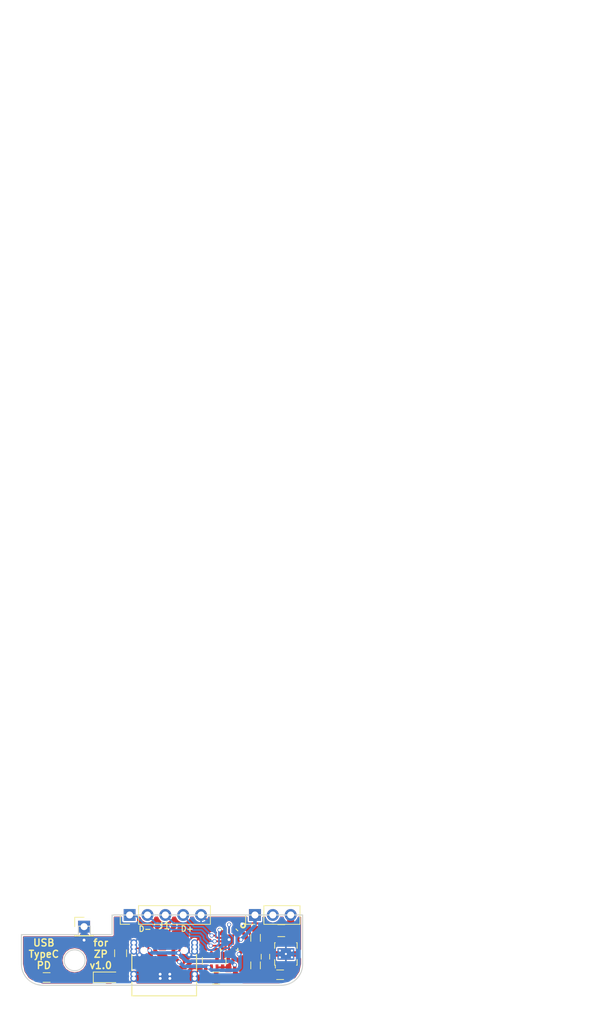
<source format=kicad_pcb>
(kicad_pcb (version 4) (host pcbnew 4.0.7)

  (general
    (links 79)
    (no_connects 0)
    (area 80 -29.2418 165 117.500001)
    (thickness 1.6)
    (drawings 4)
    (tracks 350)
    (zones 0)
    (modules 19)
    (nets 17)
  )

  (page A4)
  (layers
    (0 F.Cu signal)
    (31 B.Cu signal)
    (32 B.Adhes user)
    (33 F.Adhes user)
    (34 B.Paste user)
    (35 F.Paste user)
    (36 B.SilkS user)
    (37 F.SilkS user)
    (38 B.Mask user)
    (39 F.Mask user)
    (40 Dwgs.User user)
    (41 Cmts.User user)
    (42 Eco1.User user)
    (43 Eco2.User user)
    (44 Edge.Cuts user)
    (45 Margin user)
    (46 B.CrtYd user)
    (47 F.CrtYd user)
    (48 B.Fab user)
    (49 F.Fab user)
  )

  (setup
    (last_trace_width 0.2)
    (user_trace_width 0.2)
    (user_trace_width 0.5)
    (user_trace_width 0.8)
    (user_trace_width 1)
    (trace_clearance 0.2)
    (zone_clearance 0.15)
    (zone_45_only no)
    (trace_min 0.2)
    (segment_width 0.2)
    (edge_width 0.15)
    (via_size 0.6)
    (via_drill 0.4)
    (via_min_size 0.4)
    (via_min_drill 0.3)
    (uvia_size 0.3)
    (uvia_drill 0.1)
    (uvias_allowed no)
    (uvia_min_size 0.2)
    (uvia_min_drill 0.1)
    (pcb_text_width 0.3)
    (pcb_text_size 1.5 1.5)
    (mod_edge_width 0.15)
    (mod_text_size 1 1)
    (mod_text_width 0.15)
    (pad_size 0.8 0.8)
    (pad_drill 0)
    (pad_to_mask_clearance 0.2)
    (aux_axis_origin 123.0376 102.108)
    (visible_elements 7FFFFF7F)
    (pcbplotparams
      (layerselection 0x010f0_80000001)
      (usegerberextensions true)
      (usegerberattributes true)
      (excludeedgelayer true)
      (linewidth 0.100000)
      (plotframeref false)
      (viasonmask false)
      (mode 1)
      (useauxorigin true)
      (hpglpennumber 1)
      (hpglpenspeed 20)
      (hpglpendiameter 15)
      (hpglpenoverlay 2)
      (psnegative false)
      (psa4output false)
      (plotreference true)
      (plotvalue true)
      (plotinvisibletext false)
      (padsonsilk false)
      (subtractmaskfromsilk false)
      (outputformat 1)
      (mirror false)
      (drillshape 0)
      (scaleselection 1)
      (outputdirectory gerbers/))
  )

  (net 0 "")
  (net 1 GND)
  (net 2 D-)
  (net 3 D+)
  (net 4 CC2)
  (net 5 CC1)
  (net 6 VBUS)
  (net 7 SDA)
  (net 8 SCL)
  (net 9 VCOM)
  (net 10 +3V3)
  (net 11 INT)
  (net 12 "Net-(C1-Pad1)")
  (net 13 "Net-(R1-Pad1)")
  (net 14 "Net-(R3-Pad2)")
  (net 15 "Net-(C4-Pad1)")
  (net 16 "Net-(D1-Pad1)")

  (net_class Default "This is the default net class."
    (clearance 0.2)
    (trace_width 0.25)
    (via_dia 0.6)
    (via_drill 0.4)
    (uvia_dia 0.3)
    (uvia_drill 0.1)
    (add_net +3V3)
    (add_net CC1)
    (add_net CC2)
    (add_net D+)
    (add_net D-)
    (add_net GND)
    (add_net INT)
    (add_net "Net-(C1-Pad1)")
    (add_net "Net-(C4-Pad1)")
    (add_net "Net-(D1-Pad1)")
    (add_net "Net-(R1-Pad1)")
    (add_net "Net-(R3-Pad2)")
    (add_net SCL)
    (add_net SDA)
    (add_net VBUS)
    (add_net VCOM)
  )

  (module Pin_Headers:Pin_Header_Straight_1x05_Pitch2.54mm (layer F.Cu) (tedit 5BCA72B5) (tstamp 5BCA67DD)
    (at 98.44 102.1 90)
    (descr "Through hole straight pin header, 1x05, 2.54mm pitch, single row")
    (tags "Through hole pin header THT 1x05 2.54mm single row")
    (path /5BCA6228)
    (fp_text reference J3 (at 0 -2.33 90) (layer F.SilkS) hide
      (effects (font (size 1 1) (thickness 0.15)))
    )
    (fp_text value Conn_01x05 (at 0 12.49 90) (layer F.Fab) hide
      (effects (font (size 1 1) (thickness 0.15)))
    )
    (fp_line (start -0.635 -1.27) (end 1.27 -1.27) (layer F.Fab) (width 0.1))
    (fp_line (start 1.27 -1.27) (end 1.27 11.43) (layer F.Fab) (width 0.1))
    (fp_line (start 1.27 11.43) (end -1.27 11.43) (layer F.Fab) (width 0.1))
    (fp_line (start -1.27 11.43) (end -1.27 -0.635) (layer F.Fab) (width 0.1))
    (fp_line (start -1.27 -0.635) (end -0.635 -1.27) (layer F.Fab) (width 0.1))
    (fp_line (start -1.33 11.49) (end 1.33 11.49) (layer F.SilkS) (width 0.12))
    (fp_line (start -1.33 1.27) (end -1.33 11.49) (layer F.SilkS) (width 0.12))
    (fp_line (start 1.33 1.27) (end 1.33 11.49) (layer F.SilkS) (width 0.12))
    (fp_line (start -1.33 1.27) (end 1.33 1.27) (layer F.SilkS) (width 0.12))
    (fp_line (start -1.33 0) (end -1.33 -1.33) (layer F.SilkS) (width 0.12))
    (fp_line (start -1.33 -1.33) (end 0 -1.33) (layer F.SilkS) (width 0.12))
    (fp_line (start -1.8 -1.8) (end -1.8 11.95) (layer F.CrtYd) (width 0.05))
    (fp_line (start -1.8 11.95) (end 1.8 11.95) (layer F.CrtYd) (width 0.05))
    (fp_line (start 1.8 11.95) (end 1.8 -1.8) (layer F.CrtYd) (width 0.05))
    (fp_line (start 1.8 -1.8) (end -1.8 -1.8) (layer F.CrtYd) (width 0.05))
    (fp_text user %R (at 0 5.08 180) (layer F.Fab)
      (effects (font (size 1 1) (thickness 0.15)))
    )
    (pad 1 thru_hole rect (at 0 0 90) (size 1.7 1.7) (drill 1) (layers *.Cu *.Mask)
      (net 10 +3V3))
    (pad 2 thru_hole oval (at 0 2.54 90) (size 1.7 1.7) (drill 1) (layers *.Cu *.Mask)
      (net 7 SDA))
    (pad 3 thru_hole oval (at 0 5.08 90) (size 1.7 1.7) (drill 1) (layers *.Cu *.Mask)
      (net 8 SCL))
    (pad 4 thru_hole oval (at 0 7.62 90) (size 1.7 1.7) (drill 1) (layers *.Cu *.Mask)
      (net 11 INT))
    (pad 5 thru_hole oval (at 0 10.16 90) (size 1.7 1.7) (drill 1) (layers *.Cu *.Mask)
      (net 1 GND))
  )

  (module Pin_Headers:Pin_Header_Straight_1x03_Pitch2.54mm (layer F.Cu) (tedit 5BCA72B8) (tstamp 5BCA67E4)
    (at 116.27 102.1 90)
    (descr "Through hole straight pin header, 1x03, 2.54mm pitch, single row")
    (tags "Through hole pin header THT 1x03 2.54mm single row")
    (path /5BCA6273)
    (fp_text reference J4 (at 0 -2.33 90) (layer F.SilkS) hide
      (effects (font (size 1 1) (thickness 0.15)))
    )
    (fp_text value Conn_01x03 (at 0 7.41 90) (layer F.Fab) hide
      (effects (font (size 1 1) (thickness 0.15)))
    )
    (fp_line (start -0.635 -1.27) (end 1.27 -1.27) (layer F.Fab) (width 0.1))
    (fp_line (start 1.27 -1.27) (end 1.27 6.35) (layer F.Fab) (width 0.1))
    (fp_line (start 1.27 6.35) (end -1.27 6.35) (layer F.Fab) (width 0.1))
    (fp_line (start -1.27 6.35) (end -1.27 -0.635) (layer F.Fab) (width 0.1))
    (fp_line (start -1.27 -0.635) (end -0.635 -1.27) (layer F.Fab) (width 0.1))
    (fp_line (start -1.33 6.41) (end 1.33 6.41) (layer F.SilkS) (width 0.12))
    (fp_line (start -1.33 1.27) (end -1.33 6.41) (layer F.SilkS) (width 0.12))
    (fp_line (start 1.33 1.27) (end 1.33 6.41) (layer F.SilkS) (width 0.12))
    (fp_line (start -1.33 1.27) (end 1.33 1.27) (layer F.SilkS) (width 0.12))
    (fp_line (start -1.33 0) (end -1.33 -1.33) (layer F.SilkS) (width 0.12))
    (fp_line (start -1.33 -1.33) (end 0 -1.33) (layer F.SilkS) (width 0.12))
    (fp_line (start -1.8 -1.8) (end -1.8 6.85) (layer F.CrtYd) (width 0.05))
    (fp_line (start -1.8 6.85) (end 1.8 6.85) (layer F.CrtYd) (width 0.05))
    (fp_line (start 1.8 6.85) (end 1.8 -1.8) (layer F.CrtYd) (width 0.05))
    (fp_line (start 1.8 -1.8) (end -1.8 -1.8) (layer F.CrtYd) (width 0.05))
    (fp_text user %R (at 0 2.54 180) (layer F.Fab)
      (effects (font (size 1 1) (thickness 0.15)))
    )
    (pad 1 thru_hole rect (at 0 0 90) (size 1.7 1.7) (drill 1) (layers *.Cu *.Mask)
      (net 9 VCOM))
    (pad 2 thru_hole oval (at 0 2.54 90) (size 1.7 1.7) (drill 1) (layers *.Cu *.Mask))
    (pad 3 thru_hole oval (at 0 5.08 90) (size 1.7 1.7) (drill 1) (layers *.Cu *.Mask)
      (net 15 "Net-(C4-Pad1)"))
  )

  (module fp:MLP14 (layer F.Cu) (tedit 5BCA72BA) (tstamp 5BCA67F7)
    (at 112.58 105.6 270)
    (path /5BCA6122)
    (fp_text reference U1 (at -3.429 -1.651 360) (layer F.SilkS) hide
      (effects (font (size 1.016 1.016) (thickness 0.2032)))
    )
    (fp_text value FUSB302MPX (at 0 2.705 270) (layer F.Fab) hide
      (effects (font (size 1.2 1.2) (thickness 0.15)))
    )
    (fp_circle (center -2 -2) (end -1.7 -2) (layer F.SilkS) (width 0.254))
    (fp_line (start -1.5 -1) (end -1.25 -1.25) (layer F.SilkS) (width 0.15))
    (fp_line (start 1.25 -1.25) (end 1.5 -1.25) (layer F.SilkS) (width 0.15))
    (fp_line (start 1.5 -1.25) (end 1.5 -1) (layer F.SilkS) (width 0.15))
    (fp_line (start -1.25 1.25) (end -1.5 1.25) (layer F.SilkS) (width 0.15))
    (fp_line (start -1.5 1.25) (end -1.5 1) (layer F.SilkS) (width 0.15))
    (fp_line (start 1.25 1.25) (end 1.5 1.25) (layer F.SilkS) (width 0.15))
    (fp_line (start 1.5 1.25) (end 1.5 1) (layer F.SilkS) (width 0.15))
    (fp_line (start -2.54 -2.54) (end 2.54 -2.54) (layer F.CrtYd) (width 0.15))
    (fp_line (start 2.54 -2.54) (end 2.54 2.54) (layer F.CrtYd) (width 0.15))
    (fp_line (start 2.54 2.54) (end -2.54 2.54) (layer F.CrtYd) (width 0.15))
    (fp_line (start -2.54 2.54) (end -2.54 -2.54) (layer F.CrtYd) (width 0.15))
    (pad 1 smd rect (at -1.215 -0.5) (size 0.3 0.58) (layers F.Cu F.Paste F.Mask)
      (net 4 CC2))
    (pad 2 smd rect (at -1.215 0) (size 0.3 0.58) (layers F.Cu F.Paste F.Mask)
      (net 6 VBUS))
    (pad 3 smd rect (at -1.215 0.5) (size 0.3 0.58) (layers F.Cu F.Paste F.Mask)
      (net 10 +3V3))
    (pad 5 smd rect (at -0.25 1.215 270) (size 0.3 0.58) (layers F.Cu F.Paste F.Mask)
      (net 11 INT))
    (pad 6 smd rect (at 0.25 1.215 270) (size 0.3 0.58) (layers F.Cu F.Paste F.Mask)
      (net 8 SCL))
    (pad 7 smd rect (at 0.75 1.215 270) (size 0.3 0.58) (layers F.Cu F.Paste F.Mask)
      (net 7 SDA))
    (pad 8 smd rect (at 1.215 0.5) (size 0.3 0.58) (layers F.Cu F.Paste F.Mask)
      (net 1 GND))
    (pad 9 smd rect (at 1.215 0) (size 0.3 0.58) (layers F.Cu F.Paste F.Mask)
      (net 1 GND))
    (pad 10 smd rect (at 1.215 -0.5) (size 0.3 0.58) (layers F.Cu F.Paste F.Mask)
      (net 5 CC1))
    (pad 11 smd rect (at 0.75 -1.215 270) (size 0.3 0.58) (layers F.Cu F.Paste F.Mask)
      (net 5 CC1))
    (pad 13 smd rect (at -0.25 -1.215 270) (size 0.3 0.58) (layers F.Cu F.Paste F.Mask)
      (net 9 VCOM))
    (pad 14 smd rect (at -0.75 -1.215 270) (size 0.3 0.58) (layers F.Cu F.Paste F.Mask)
      (net 4 CC2))
    (pad 12 smd rect (at 0.25 -1.215 270) (size 0.3 0.58) (layers F.Cu F.Paste F.Mask)
      (net 9 VCOM))
    (pad 4 smd rect (at -0.75 1.215 270) (size 0.3 0.58) (layers F.Cu F.Paste F.Mask)
      (net 10 +3V3))
    (pad 15 smd rect (at 0 0) (size 1.45 1.45) (layers F.Cu F.Paste F.Mask)
      (net 1 GND))
  )

  (module footprints:Bottom-Power-Board-Outline locked (layer B.Cu) (tedit 58CDD03C) (tstamp 5BCA5D09)
    (at 164.55 -27.9 180)
    (fp_text reference "" (at 0 0 180) (layer B.SilkS)
      (effects (font (thickness 0.15)) (justify mirror))
    )
    (fp_text value "" (at 0 0 180) (layer B.SilkS)
      (effects (font (thickness 0.15)) (justify mirror))
    )
    (fp_circle (center 73.935 -136.45) (end 73.935 -137.95) (layer Edge.Cuts) (width 0.15))
    (fp_line (start 53.6 -130.35) (end 53.6 -130) (layer Eco1.User) (width 0.15))
    (fp_line (start 52 -130.35) (end 53.6 -130.35) (layer Eco1.User) (width 0.15))
    (fp_line (start 52 -130) (end 52 -130.35) (layer Eco1.User) (width 0.15))
    (fp_circle (center 72.65 -131.6) (end 72.95 -131.95) (layer Eco1.User) (width 0.15))
    (fp_circle (center 43.25 -130) (end 43.4 -130.45) (layer Eco1.User) (width 0.15))
    (fp_circle (center 48.3 -130) (end 48.55 -130.4) (layer Eco1.User) (width 0.15))
    (fp_circle (center 45.8 -130) (end 46.1 -130.35) (layer Eco1.User) (width 0.15))
    (fp_circle (center 55.95 -130) (end 56.25 -130.35) (layer Eco1.User) (width 0.15))
    (fp_circle (center 58.5 -130) (end 58.75 -130.35) (layer Eco1.User) (width 0.15))
    (fp_circle (center 61.05 -130) (end 61.35 -130.3) (layer Eco1.User) (width 0.15))
    (fp_circle (center 63.55 -130) (end 63.85 -130.35) (layer Eco1.User) (width 0.15))
    (fp_circle (center 66.1 -130) (end 66.3 -130.4) (layer Eco1.User) (width 0.15))
    (fp_line (start 44.5 -140) (end 78.5 -140) (layer Edge.Cuts) (width 0.15))
    (fp_line (start 41.5 -130) (end 41.5 -137) (layer Edge.Cuts) (width 0.15))
    (fp_arc (start 78.5 -137) (end 81.5 -137) (angle -90) (layer Edge.Cuts) (width 0.15))
    (fp_arc (start 44.5 -137) (end 44.5 -140) (angle -90) (layer Edge.Cuts) (width 0.15))
    (fp_line (start 81.5 -132.8) (end 81.5 -137) (layer Edge.Cuts) (width 0.15))
    (fp_line (start 73.4 -132.8) (end 81.5 -132.8) (layer Edge.Cuts) (width 0.15))
    (fp_line (start 73.4 -131.6) (end 73.4 -132.8) (layer Edge.Cuts) (width 0.15))
    (fp_line (start 71.7 -131.6) (end 73.4 -131.6) (layer Edge.Cuts) (width 0.15))
    (fp_line (start 71.7 -132.8) (end 71.7 -131.6) (layer Edge.Cuts) (width 0.15))
    (fp_line (start 68.6 -132.8) (end 71.7 -132.8) (layer Edge.Cuts) (width 0.15))
    (fp_line (start 68.6 -130) (end 68.6 -132.8) (layer Edge.Cuts) (width 0.15))
    (fp_line (start 41.5 -130) (end 68.6 -130) (layer Edge.Cuts) (width 0.15))
  )

  (module Capacitors_SMD:C_0603_HandSoldering (layer F.Cu) (tedit 5BCA939E) (tstamp 5BCA9255)
    (at 117.76 108.04 90)
    (descr "Capacitor SMD 0603, hand soldering")
    (tags "capacitor 0603")
    (path /5BCA949B)
    (attr smd)
    (fp_text reference C1 (at 0 -1.25 90) (layer F.SilkS) hide
      (effects (font (size 1 1) (thickness 0.15)))
    )
    (fp_text value xC (at 0 1.5 90) (layer F.Fab)
      (effects (font (size 1 1) (thickness 0.15)))
    )
    (fp_text user %R (at 0 -1.25 90) (layer F.Fab) hide
      (effects (font (size 1 1) (thickness 0.15)))
    )
    (fp_line (start -0.8 0.4) (end -0.8 -0.4) (layer F.Fab) (width 0.1))
    (fp_line (start 0.8 0.4) (end -0.8 0.4) (layer F.Fab) (width 0.1))
    (fp_line (start 0.8 -0.4) (end 0.8 0.4) (layer F.Fab) (width 0.1))
    (fp_line (start -0.8 -0.4) (end 0.8 -0.4) (layer F.Fab) (width 0.1))
    (fp_line (start -0.35 -0.6) (end 0.35 -0.6) (layer F.SilkS) (width 0.12))
    (fp_line (start 0.35 0.6) (end -0.35 0.6) (layer F.SilkS) (width 0.12))
    (fp_line (start -1.8 -0.65) (end 1.8 -0.65) (layer F.CrtYd) (width 0.05))
    (fp_line (start -1.8 -0.65) (end -1.8 0.65) (layer F.CrtYd) (width 0.05))
    (fp_line (start 1.8 0.65) (end 1.8 -0.65) (layer F.CrtYd) (width 0.05))
    (fp_line (start 1.8 0.65) (end -1.8 0.65) (layer F.CrtYd) (width 0.05))
    (pad 1 smd rect (at -0.95 0 90) (size 1.2 0.75) (layers F.Cu F.Paste F.Mask)
      (net 12 "Net-(C1-Pad1)"))
    (pad 2 smd rect (at 0.95 0 90) (size 1.2 0.75) (layers F.Cu F.Paste F.Mask)
      (net 1 GND))
    (model Capacitors_SMD.3dshapes/C_0603.wrl
      (at (xyz 0 0 0))
      (scale (xyz 1 1 1))
      (rotate (xyz 0 0 0))
    )
  )

  (module Pin_Headers:Pin_Header_Straight_1x01_Pitch2.54mm (layer F.Cu) (tedit 5BCA9643) (tstamp 5BCA925A)
    (at 91.96 103.76)
    (descr "Through hole straight pin header, 1x01, 2.54mm pitch, single row")
    (tags "Through hole pin header THT 1x01 2.54mm single row")
    (path /5BCA8F6A)
    (fp_text reference J5 (at 0 -2.33) (layer F.SilkS) hide
      (effects (font (size 1 1) (thickness 0.15)))
    )
    (fp_text value Conn_01x01 (at 0 2.33) (layer F.Fab) hide
      (effects (font (size 1 1) (thickness 0.15)))
    )
    (fp_line (start -0.635 -1.27) (end 1.27 -1.27) (layer F.Fab) (width 0.1))
    (fp_line (start 1.27 -1.27) (end 1.27 1.27) (layer F.Fab) (width 0.1))
    (fp_line (start 1.27 1.27) (end -1.27 1.27) (layer F.Fab) (width 0.1))
    (fp_line (start -1.27 1.27) (end -1.27 -0.635) (layer F.Fab) (width 0.1))
    (fp_line (start -1.27 -0.635) (end -0.635 -1.27) (layer F.Fab) (width 0.1))
    (fp_line (start -1.33 1.33) (end 1.33 1.33) (layer F.SilkS) (width 0.12))
    (fp_line (start -1.33 1.27) (end -1.33 1.33) (layer F.SilkS) (width 0.12))
    (fp_line (start 1.33 1.27) (end 1.33 1.33) (layer F.SilkS) (width 0.12))
    (fp_line (start -1.33 1.27) (end 1.33 1.27) (layer F.SilkS) (width 0.12))
    (fp_line (start -1.33 0) (end -1.33 -1.33) (layer F.SilkS) (width 0.12))
    (fp_line (start -1.33 -1.33) (end 0 -1.33) (layer F.SilkS) (width 0.12))
    (fp_line (start -1.8 -1.8) (end -1.8 1.8) (layer F.CrtYd) (width 0.05))
    (fp_line (start -1.8 1.8) (end 1.8 1.8) (layer F.CrtYd) (width 0.05))
    (fp_line (start 1.8 1.8) (end 1.8 -1.8) (layer F.CrtYd) (width 0.05))
    (fp_line (start 1.8 -1.8) (end -1.8 -1.8) (layer F.CrtYd) (width 0.05))
    (fp_text user %R (at 0 0 90) (layer F.Fab)
      (effects (font (size 1 1) (thickness 0.15)))
    )
    (pad 1 thru_hole rect (at 0 0) (size 1.7 1.7) (drill 1) (layers *.Cu *.Mask)
      (net 1 GND))
  )

  (module Resistors_SMD:R_0603_HandSoldering (layer F.Cu) (tedit 5BCA9637) (tstamp 5BCA9260)
    (at 119.85 110.61)
    (descr "Resistor SMD 0603, hand soldering")
    (tags "resistor 0603")
    (path /5BCA9341)
    (attr smd)
    (fp_text reference R1 (at 0 -1.45) (layer F.SilkS) hide
      (effects (font (size 1 1) (thickness 0.15)))
    )
    (fp_text value xR (at 0 1.55) (layer F.Fab) hide
      (effects (font (size 1 1) (thickness 0.15)))
    )
    (fp_text user %R (at 0 0) (layer F.Fab)
      (effects (font (size 0.4 0.4) (thickness 0.075)))
    )
    (fp_line (start -0.8 0.4) (end -0.8 -0.4) (layer F.Fab) (width 0.1))
    (fp_line (start 0.8 0.4) (end -0.8 0.4) (layer F.Fab) (width 0.1))
    (fp_line (start 0.8 -0.4) (end 0.8 0.4) (layer F.Fab) (width 0.1))
    (fp_line (start -0.8 -0.4) (end 0.8 -0.4) (layer F.Fab) (width 0.1))
    (fp_line (start 0.5 0.68) (end -0.5 0.68) (layer F.SilkS) (width 0.12))
    (fp_line (start -0.5 -0.68) (end 0.5 -0.68) (layer F.SilkS) (width 0.12))
    (fp_line (start -1.96 -0.7) (end 1.95 -0.7) (layer F.CrtYd) (width 0.05))
    (fp_line (start -1.96 -0.7) (end -1.96 0.7) (layer F.CrtYd) (width 0.05))
    (fp_line (start 1.95 0.7) (end 1.95 -0.7) (layer F.CrtYd) (width 0.05))
    (fp_line (start 1.95 0.7) (end -1.96 0.7) (layer F.CrtYd) (width 0.05))
    (pad 1 smd rect (at -1.1 0) (size 1.2 0.9) (layers F.Cu F.Paste F.Mask)
      (net 13 "Net-(R1-Pad1)"))
    (pad 2 smd rect (at 1.1 0) (size 1.2 0.9) (layers F.Cu F.Paste F.Mask)
      (net 6 VBUS))
    (model ${KISYS3DMOD}/Resistors_SMD.3dshapes/R_0603.wrl
      (at (xyz 0 0 0))
      (scale (xyz 1 1 1))
      (rotate (xyz 0 0 0))
    )
  )

  (module Resistors_SMD:R_0603_HandSoldering (layer F.Cu) (tedit 5BCA9635) (tstamp 5BCA9266)
    (at 116.3574 109.27 270)
    (descr "Resistor SMD 0603, hand soldering")
    (tags "resistor 0603")
    (path /5BCA93A4)
    (attr smd)
    (fp_text reference R2 (at 0 -1.45 270) (layer F.SilkS) hide
      (effects (font (size 1 1) (thickness 0.15)))
    )
    (fp_text value xR (at 0 1.55 270) (layer F.Fab) hide
      (effects (font (size 1 1) (thickness 0.15)))
    )
    (fp_text user %R (at 0 0 270) (layer F.Fab)
      (effects (font (size 0.4 0.4) (thickness 0.075)))
    )
    (fp_line (start -0.8 0.4) (end -0.8 -0.4) (layer F.Fab) (width 0.1))
    (fp_line (start 0.8 0.4) (end -0.8 0.4) (layer F.Fab) (width 0.1))
    (fp_line (start 0.8 -0.4) (end 0.8 0.4) (layer F.Fab) (width 0.1))
    (fp_line (start -0.8 -0.4) (end 0.8 -0.4) (layer F.Fab) (width 0.1))
    (fp_line (start 0.5 0.68) (end -0.5 0.68) (layer F.SilkS) (width 0.12))
    (fp_line (start -0.5 -0.68) (end 0.5 -0.68) (layer F.SilkS) (width 0.12))
    (fp_line (start -1.96 -0.7) (end 1.95 -0.7) (layer F.CrtYd) (width 0.05))
    (fp_line (start -1.96 -0.7) (end -1.96 0.7) (layer F.CrtYd) (width 0.05))
    (fp_line (start 1.95 0.7) (end 1.95 -0.7) (layer F.CrtYd) (width 0.05))
    (fp_line (start 1.95 0.7) (end -1.96 0.7) (layer F.CrtYd) (width 0.05))
    (pad 1 smd rect (at -1.1 0 270) (size 1.2 0.9) (layers F.Cu F.Paste F.Mask)
      (net 1 GND))
    (pad 2 smd rect (at 1.1 0 270) (size 1.2 0.9) (layers F.Cu F.Paste F.Mask)
      (net 13 "Net-(R1-Pad1)"))
    (model ${KISYS3DMOD}/Resistors_SMD.3dshapes/R_0603.wrl
      (at (xyz 0 0 0))
      (scale (xyz 1 1 1))
      (rotate (xyz 0 0 0))
    )
  )

  (module Resistors_SMD:R_0603_HandSoldering (layer F.Cu) (tedit 5BCA963A) (tstamp 5BCA926C)
    (at 116.3574 105.3514 270)
    (descr "Resistor SMD 0603, hand soldering")
    (tags "resistor 0603")
    (path /5BCA9564)
    (attr smd)
    (fp_text reference R3 (at 0 -1.45 270) (layer F.SilkS) hide
      (effects (font (size 1 1) (thickness 0.15)))
    )
    (fp_text value xR (at 0 1.55 270) (layer F.Fab) hide
      (effects (font (size 1 1) (thickness 0.15)))
    )
    (fp_text user %R (at 0 0 270) (layer F.Fab)
      (effects (font (size 0.4 0.4) (thickness 0.075)))
    )
    (fp_line (start -0.8 0.4) (end -0.8 -0.4) (layer F.Fab) (width 0.1))
    (fp_line (start 0.8 0.4) (end -0.8 0.4) (layer F.Fab) (width 0.1))
    (fp_line (start 0.8 -0.4) (end 0.8 0.4) (layer F.Fab) (width 0.1))
    (fp_line (start -0.8 -0.4) (end 0.8 -0.4) (layer F.Fab) (width 0.1))
    (fp_line (start 0.5 0.68) (end -0.5 0.68) (layer F.SilkS) (width 0.12))
    (fp_line (start -0.5 -0.68) (end 0.5 -0.68) (layer F.SilkS) (width 0.12))
    (fp_line (start -1.96 -0.7) (end 1.95 -0.7) (layer F.CrtYd) (width 0.05))
    (fp_line (start -1.96 -0.7) (end -1.96 0.7) (layer F.CrtYd) (width 0.05))
    (fp_line (start 1.95 0.7) (end 1.95 -0.7) (layer F.CrtYd) (width 0.05))
    (fp_line (start 1.95 0.7) (end -1.96 0.7) (layer F.CrtYd) (width 0.05))
    (pad 1 smd rect (at -1.1 0 270) (size 1.2 0.9) (layers F.Cu F.Paste F.Mask)
      (net 1 GND))
    (pad 2 smd rect (at 1.1 0 270) (size 1.2 0.9) (layers F.Cu F.Paste F.Mask)
      (net 14 "Net-(R3-Pad2)"))
    (model ${KISYS3DMOD}/Resistors_SMD.3dshapes/R_0603.wrl
      (at (xyz 0 0 0))
      (scale (xyz 1 1 1))
      (rotate (xyz 0 0 0))
    )
  )

  (module Resistors_SMD:R_Array_Convex_4x0603 (layer F.Cu) (tedit 5BCA963D) (tstamp 5BCA9278)
    (at 110.47 108.64 270)
    (descr "Chip Resistor Network, ROHM MNR14 (see mnr_g.pdf)")
    (tags "resistor array")
    (path /5BCA8C40)
    (attr smd)
    (fp_text reference RN1 (at 0 -2.8 270) (layer F.SilkS) hide
      (effects (font (size 1 1) (thickness 0.15)))
    )
    (fp_text value R_Pack04 (at 0 2.8 270) (layer F.Fab) hide
      (effects (font (size 1 1) (thickness 0.15)))
    )
    (fp_text user %R (at 0 0 360) (layer F.Fab) hide
      (effects (font (size 0.5 0.5) (thickness 0.075)))
    )
    (fp_line (start -0.8 -1.6) (end 0.8 -1.6) (layer F.Fab) (width 0.1))
    (fp_line (start 0.8 -1.6) (end 0.8 1.6) (layer F.Fab) (width 0.1))
    (fp_line (start 0.8 1.6) (end -0.8 1.6) (layer F.Fab) (width 0.1))
    (fp_line (start -0.8 1.6) (end -0.8 -1.6) (layer F.Fab) (width 0.1))
    (fp_line (start 0.5 1.68) (end -0.5 1.68) (layer F.SilkS) (width 0.12))
    (fp_line (start 0.5 -1.68) (end -0.5 -1.68) (layer F.SilkS) (width 0.12))
    (fp_line (start -1.55 -1.85) (end 1.55 -1.85) (layer F.CrtYd) (width 0.05))
    (fp_line (start -1.55 -1.85) (end -1.55 1.85) (layer F.CrtYd) (width 0.05))
    (fp_line (start 1.55 1.85) (end 1.55 -1.85) (layer F.CrtYd) (width 0.05))
    (fp_line (start 1.55 1.85) (end -1.55 1.85) (layer F.CrtYd) (width 0.05))
    (pad 1 smd rect (at -0.9 -1.2 270) (size 0.8 0.5) (layers F.Cu F.Paste F.Mask)
      (net 5 CC1))
    (pad 3 smd rect (at -0.9 0.4 270) (size 0.8 0.4) (layers F.Cu F.Paste F.Mask)
      (net 1 GND))
    (pad 2 smd rect (at -0.9 -0.4 270) (size 0.8 0.4) (layers F.Cu F.Paste F.Mask)
      (net 5 CC1))
    (pad 4 smd rect (at -0.9 1.2 270) (size 0.8 0.5) (layers F.Cu F.Paste F.Mask)
      (net 1 GND))
    (pad 7 smd rect (at 0.9 -0.4 270) (size 0.8 0.4) (layers F.Cu F.Paste F.Mask)
      (net 1 GND))
    (pad 8 smd rect (at 0.9 -1.2 270) (size 0.8 0.5) (layers F.Cu F.Paste F.Mask)
      (net 1 GND))
    (pad 6 smd rect (at 0.9 0.4 270) (size 0.8 0.4) (layers F.Cu F.Paste F.Mask)
      (net 4 CC2))
    (pad 5 smd rect (at 0.9 1.2 270) (size 0.8 0.5) (layers F.Cu F.Paste F.Mask)
      (net 4 CC2))
    (model ${KISYS3DMOD}/Resistors_SMD.3dshapes/R_Array_Convex_4x0603.wrl
      (at (xyz 0 0 0))
      (scale (xyz 1 1 1))
      (rotate (xyz 0 0 0))
    )
  )

  (module fp:VSON-10-1EP_3x3mm_P0.5mm_EP1.65x2.4mm_ThermalVias (layer F.Cu) (tedit 5BCA9392) (tstamp 5BCA9297)
    (at 120.67 107.65 90)
    (descr "VSON 10 Thermal on 11 3x3mm Pitch 0.5mm http://chip.tomsk.ru/chip/chipdoc.nsf/Package/D8A64DD165C2AAD9472579400024FC41!OpenDocument")
    (tags "VSON 10 Thermal on 11 3x3mm Pitch 0.5mm")
    (path /5BCA9010)
    (attr smd)
    (fp_text reference U2 (at 0 -2.9 90) (layer F.SilkS) hide
      (effects (font (size 1 1) (thickness 0.15)))
    )
    (fp_text value TPS2592xx (at 0 3 90) (layer F.Fab) hide
      (effects (font (size 1 1) (thickness 0.15)))
    )
    (fp_text user %R (at 0 0 90) (layer F.Fab)
      (effects (font (size 0.8 0.8) (thickness 0.1)))
    )
    (fp_line (start -1.5 -0.5) (end -0.5 -1.5) (layer F.Fab) (width 0.1))
    (fp_line (start -1.6 -1.5) (end -2 -1.5) (layer F.SilkS) (width 0.12))
    (fp_line (start -2.15 2.15) (end -2.15 -2.15) (layer F.CrtYd) (width 0.05))
    (fp_line (start 2.15 2.15) (end -2.15 2.15) (layer F.CrtYd) (width 0.05))
    (fp_line (start 2.15 -2.15) (end 2.15 2.15) (layer F.CrtYd) (width 0.05))
    (fp_line (start -2.15 -2.15) (end 2.15 -2.15) (layer F.CrtYd) (width 0.05))
    (fp_line (start 1.6 1.6) (end 1.6 1.5) (layer F.SilkS) (width 0.12))
    (fp_line (start 0.8 1.6) (end 1.6 1.6) (layer F.SilkS) (width 0.12))
    (fp_line (start -1.6 1.6) (end -0.8 1.6) (layer F.SilkS) (width 0.12))
    (fp_line (start -1.6 1.5) (end -1.6 1.6) (layer F.SilkS) (width 0.12))
    (fp_line (start 1.6 -1.6) (end 1.6 -1.5) (layer F.SilkS) (width 0.12))
    (fp_line (start 0.8 -1.6) (end 1.6 -1.6) (layer F.SilkS) (width 0.12))
    (fp_line (start -1.6 -1.6) (end -1.6 -1.5) (layer F.SilkS) (width 0.12))
    (fp_line (start -0.8 -1.6) (end -1.6 -1.6) (layer F.SilkS) (width 0.12))
    (fp_line (start -1.5 1.5) (end 1.5 1.5) (layer F.Fab) (width 0.1))
    (fp_line (start -1.5 -0.5) (end -1.5 1.5) (layer F.Fab) (width 0.1))
    (fp_line (start 1.5 -1.5) (end 1.5 1.5) (layer F.Fab) (width 0.1))
    (fp_line (start -0.5 -1.5) (end 1.5 -1.5) (layer F.Fab) (width 0.1))
    (pad 1 smd rect (at -1.475 -1 90) (size 0.85 0.28) (layers F.Cu F.Paste F.Mask)
      (net 12 "Net-(C1-Pad1)"))
    (pad 2 smd rect (at -1.475 -0.5 90) (size 0.85 0.28) (layers F.Cu F.Paste F.Mask)
      (net 13 "Net-(R1-Pad1)"))
    (pad 3 smd rect (at -1.475 0 90) (size 0.85 0.28) (layers F.Cu F.Paste F.Mask)
      (net 6 VBUS))
    (pad 4 smd rect (at -1.475 0.5 90) (size 0.85 0.28) (layers F.Cu F.Paste F.Mask)
      (net 6 VBUS))
    (pad 5 smd rect (at -1.475 1 90) (size 0.85 0.28) (layers F.Cu F.Paste F.Mask)
      (net 6 VBUS))
    (pad 6 smd rect (at 1.475 1 90) (size 0.85 0.28) (layers F.Cu F.Paste F.Mask)
      (net 15 "Net-(C4-Pad1)"))
    (pad 7 smd rect (at 1.475 0.5 90) (size 0.85 0.28) (layers F.Cu F.Paste F.Mask)
      (net 15 "Net-(C4-Pad1)"))
    (pad 8 smd rect (at 1.475 0 90) (size 0.85 0.28) (layers F.Cu F.Paste F.Mask)
      (net 15 "Net-(C4-Pad1)"))
    (pad 9 smd rect (at 1.475 -0.5 90) (size 0.85 0.28) (layers F.Cu F.Paste F.Mask))
    (pad 10 smd rect (at 1.475 -1 90) (size 0.85 0.28) (layers F.Cu F.Paste F.Mask)
      (net 14 "Net-(R3-Pad2)"))
    (pad 11 smd rect (at 0 0 90) (size 1.65 2.4) (layers F.Cu F.Mask)
      (net 1 GND))
    (pad "" smd rect (at 0.48 0.86 90) (size 0.64 0.64) (layers F.Paste))
    (pad 11 smd rect (at -0.25 -1.55 90) (size 0.28 0.7) (layers F.Cu F.Paste F.Mask)
      (net 1 GND))
    (pad 11 smd rect (at -0.25 1.55 90) (size 0.28 0.7) (layers F.Cu F.Paste F.Mask)
      (net 1 GND))
    (pad 11 smd rect (at 0.25 -1.55 90) (size 0.28 0.7) (layers F.Cu F.Paste F.Mask)
      (net 1 GND))
    (pad 11 smd rect (at 0.25 1.55 90) (size 0.28 0.7) (layers F.Cu F.Paste F.Mask)
      (net 1 GND))
    (pad "" smd rect (at -0.48 0.86 90) (size 0.64 0.64) (layers F.Paste))
    (pad "" smd rect (at -0.48 0 90) (size 0.64 0.64) (layers F.Paste))
    (pad "" smd rect (at 0.48 0 90) (size 0.64 0.64) (layers F.Paste))
    (pad "" smd rect (at -0.48 -0.86 90) (size 0.64 0.64) (layers F.Paste))
    (pad "" smd rect (at 0.48 -0.86 90) (size 0.64 0.64) (layers F.Paste))
    (pad 11 thru_hole circle (at -0.48 -0.86 90) (size 0.6 0.6) (drill 0.3) (layers *.Cu)
      (net 1 GND))
    (pad 11 thru_hole circle (at -0.48 0.86 90) (size 0.6 0.6) (drill 0.3) (layers *.Cu)
      (net 1 GND))
    (pad 11 thru_hole circle (at 0.48 -0.86 90) (size 0.6 0.6) (drill 0.3) (layers *.Cu)
      (net 1 GND))
    (pad 11 thru_hole circle (at 0.48 0.86 90) (size 0.6 0.6) (drill 0.3) (layers *.Cu)
      (net 1 GND))
    (pad 11 thru_hole circle (at 0 0 90) (size 0.6 0.6) (drill 0.3) (layers *.Cu)
      (net 1 GND))
    (pad 11 smd rect (at 0 0 90) (size 1.65 2.4) (layers B.Cu)
      (net 1 GND))
    (model ${KISYS3DMOD}/Package_SON.3dshapes/VSON-10-1EP_3x3mm_P0.5mm_EP1.65x2.4mm.wrl
      (at (xyz 0 0 0))
      (scale (xyz 1 1 1))
      (rotate (xyz 0 0 0))
    )
  )

  (module Measurement_Points:Measurement_Point_Round-SMD-Pad_Small (layer F.Cu) (tedit 5BCA94ED) (tstamp 5BCA9524)
    (at 102.4 103.72)
    (descr "Mesurement Point, Round, SMD Pad, DM 1.5mm,")
    (tags "Mesurement Point Round SMD Pad 1.5mm")
    (path /5BCA9545)
    (attr virtual)
    (fp_text reference TP1 (at 0 -2) (layer F.SilkS) hide
      (effects (font (size 1 1) (thickness 0.15)))
    )
    (fp_text value D- (at 0 2) (layer F.Fab) hide
      (effects (font (size 1 1) (thickness 0.15)))
    )
    (fp_circle (center 0 0) (end 1 0) (layer F.CrtYd) (width 0.05))
    (pad 1 smd circle (at 0 0) (size 0.8 0.8) (layers F.Cu F.Mask)
      (net 2 D-))
  )

  (module Measurement_Points:Measurement_Point_Round-SMD-Pad_Small (layer F.Cu) (tedit 5BCA94E7) (tstamp 5BCA9529)
    (at 104.7 103.71)
    (descr "Mesurement Point, Round, SMD Pad, DM 1.5mm,")
    (tags "Mesurement Point Round SMD Pad 1.5mm")
    (path /5BCA949E)
    (attr virtual)
    (fp_text reference TP2 (at 0 -2) (layer F.SilkS) hide
      (effects (font (size 1 1) (thickness 0.15)))
    )
    (fp_text value D+ (at 0 2) (layer F.Fab) hide
      (effects (font (size 1 1) (thickness 0.15)))
    )
    (fp_circle (center 0 0) (end 1 0) (layer F.CrtYd) (width 0.05))
    (pad 1 smd circle (at 0 0) (size 0.8 0.8) (layers F.Cu F.Mask)
      (net 3 D+))
  )

  (module Capacitors_SMD:C_0805_HandSoldering (layer F.Cu) (tedit 5BCAB622) (tstamp 5BCAB5A3)
    (at 97.155 107.5436 90)
    (descr "Capacitor SMD 0805, hand soldering")
    (tags "capacitor 0805")
    (path /5BCA9B30)
    (attr smd)
    (fp_text reference C2 (at 0 -1.75 90) (layer F.SilkS) hide
      (effects (font (size 1 1) (thickness 0.15)))
    )
    (fp_text value xC (at 0 1.75 90) (layer F.Fab)
      (effects (font (size 1 1) (thickness 0.15)))
    )
    (fp_text user %R (at 0 -1.75 90) (layer F.Fab)
      (effects (font (size 1 1) (thickness 0.15)))
    )
    (fp_line (start -1 0.62) (end -1 -0.62) (layer F.Fab) (width 0.1))
    (fp_line (start 1 0.62) (end -1 0.62) (layer F.Fab) (width 0.1))
    (fp_line (start 1 -0.62) (end 1 0.62) (layer F.Fab) (width 0.1))
    (fp_line (start -1 -0.62) (end 1 -0.62) (layer F.Fab) (width 0.1))
    (fp_line (start 0.5 -0.85) (end -0.5 -0.85) (layer F.SilkS) (width 0.12))
    (fp_line (start -0.5 0.85) (end 0.5 0.85) (layer F.SilkS) (width 0.12))
    (fp_line (start -2.25 -0.88) (end 2.25 -0.88) (layer F.CrtYd) (width 0.05))
    (fp_line (start -2.25 -0.88) (end -2.25 0.87) (layer F.CrtYd) (width 0.05))
    (fp_line (start 2.25 0.87) (end 2.25 -0.88) (layer F.CrtYd) (width 0.05))
    (fp_line (start 2.25 0.87) (end -2.25 0.87) (layer F.CrtYd) (width 0.05))
    (pad 1 smd rect (at -1.25 0 90) (size 1.5 1.25) (layers F.Cu F.Paste F.Mask)
      (net 6 VBUS))
    (pad 2 smd rect (at 1.25 0 90) (size 1.5 1.25) (layers F.Cu F.Paste F.Mask)
      (net 1 GND))
    (model Capacitors_SMD.3dshapes/C_0805.wrl
      (at (xyz 0 0 0))
      (scale (xyz 1 1 1))
      (rotate (xyz 0 0 0))
    )
  )

  (module Capacitors_SMD:C_0805_HandSoldering (layer F.Cu) (tedit 5BCAB743) (tstamp 5BCAB5A8)
    (at 110.76 111.08 180)
    (descr "Capacitor SMD 0805, hand soldering")
    (tags "capacitor 0805")
    (path /5BCA98C3)
    (attr smd)
    (fp_text reference C3 (at 0 -1.75 180) (layer F.SilkS) hide
      (effects (font (size 1 1) (thickness 0.15)))
    )
    (fp_text value xC (at 0 1.75 180) (layer F.Fab)
      (effects (font (size 1 1) (thickness 0.15)))
    )
    (fp_text user %R (at 0 -1.75 180) (layer F.Fab) hide
      (effects (font (size 1 1) (thickness 0.15)))
    )
    (fp_line (start -1 0.62) (end -1 -0.62) (layer F.Fab) (width 0.1))
    (fp_line (start 1 0.62) (end -1 0.62) (layer F.Fab) (width 0.1))
    (fp_line (start 1 -0.62) (end 1 0.62) (layer F.Fab) (width 0.1))
    (fp_line (start -1 -0.62) (end 1 -0.62) (layer F.Fab) (width 0.1))
    (fp_line (start 0.5 -0.85) (end -0.5 -0.85) (layer F.SilkS) (width 0.12))
    (fp_line (start -0.5 0.85) (end 0.5 0.85) (layer F.SilkS) (width 0.12))
    (fp_line (start -2.25 -0.88) (end 2.25 -0.88) (layer F.CrtYd) (width 0.05))
    (fp_line (start -2.25 -0.88) (end -2.25 0.87) (layer F.CrtYd) (width 0.05))
    (fp_line (start 2.25 0.87) (end 2.25 -0.88) (layer F.CrtYd) (width 0.05))
    (fp_line (start 2.25 0.87) (end -2.25 0.87) (layer F.CrtYd) (width 0.05))
    (pad 1 smd rect (at -1.25 0 180) (size 1.5 1.25) (layers F.Cu F.Paste F.Mask)
      (net 6 VBUS))
    (pad 2 smd rect (at 1.25 0 180) (size 1.5 1.25) (layers F.Cu F.Paste F.Mask)
      (net 1 GND))
    (model Capacitors_SMD.3dshapes/C_0805.wrl
      (at (xyz 0 0 0))
      (scale (xyz 1 1 1))
      (rotate (xyz 0 0 0))
    )
  )

  (module Capacitors_SMD:C_0805_HandSoldering (layer F.Cu) (tedit 5BCAB61A) (tstamp 5BCAB5AD)
    (at 120.015 104.33 180)
    (descr "Capacitor SMD 0805, hand soldering")
    (tags "capacitor 0805")
    (path /5BCA99FF)
    (attr smd)
    (fp_text reference C4 (at 0 -1.75 180) (layer F.SilkS) hide
      (effects (font (size 1 1) (thickness 0.15)))
    )
    (fp_text value xC (at 0 1.75 180) (layer F.Fab)
      (effects (font (size 1 1) (thickness 0.15)))
    )
    (fp_text user %R (at 0 -1.75 180) (layer F.Fab)
      (effects (font (size 1 1) (thickness 0.15)))
    )
    (fp_line (start -1 0.62) (end -1 -0.62) (layer F.Fab) (width 0.1))
    (fp_line (start 1 0.62) (end -1 0.62) (layer F.Fab) (width 0.1))
    (fp_line (start 1 -0.62) (end 1 0.62) (layer F.Fab) (width 0.1))
    (fp_line (start -1 -0.62) (end 1 -0.62) (layer F.Fab) (width 0.1))
    (fp_line (start 0.5 -0.85) (end -0.5 -0.85) (layer F.SilkS) (width 0.12))
    (fp_line (start -0.5 0.85) (end 0.5 0.85) (layer F.SilkS) (width 0.12))
    (fp_line (start -2.25 -0.88) (end 2.25 -0.88) (layer F.CrtYd) (width 0.05))
    (fp_line (start -2.25 -0.88) (end -2.25 0.87) (layer F.CrtYd) (width 0.05))
    (fp_line (start 2.25 0.87) (end 2.25 -0.88) (layer F.CrtYd) (width 0.05))
    (fp_line (start 2.25 0.87) (end -2.25 0.87) (layer F.CrtYd) (width 0.05))
    (pad 1 smd rect (at -1.25 0 180) (size 1.5 1.25) (layers F.Cu F.Paste F.Mask)
      (net 15 "Net-(C4-Pad1)"))
    (pad 2 smd rect (at 1.25 0 180) (size 1.5 1.25) (layers F.Cu F.Paste F.Mask)
      (net 1 GND))
    (model Capacitors_SMD.3dshapes/C_0805.wrl
      (at (xyz 0 0 0))
      (scale (xyz 1 1 1))
      (rotate (xyz 0 0 0))
    )
  )

  (module LEDs:LED_0805_HandSoldering (layer F.Cu) (tedit 5BCAB754) (tstamp 5BCAB780)
    (at 95.4748 110.9726)
    (descr "Resistor SMD 0805, hand soldering")
    (tags "resistor 0805")
    (path /5BCAB771)
    (attr smd)
    (fp_text reference D1 (at 0 -1.7) (layer F.SilkS) hide
      (effects (font (size 1 1) (thickness 0.15)))
    )
    (fp_text value LED (at 0 1.75) (layer F.Fab) hide
      (effects (font (size 1 1) (thickness 0.15)))
    )
    (fp_line (start -0.4 -0.4) (end -0.4 0.4) (layer F.Fab) (width 0.1))
    (fp_line (start -0.4 0) (end 0.2 -0.4) (layer F.Fab) (width 0.1))
    (fp_line (start 0.2 0.4) (end -0.4 0) (layer F.Fab) (width 0.1))
    (fp_line (start 0.2 -0.4) (end 0.2 0.4) (layer F.Fab) (width 0.1))
    (fp_line (start -1 0.62) (end -1 -0.62) (layer F.Fab) (width 0.1))
    (fp_line (start 1 0.62) (end -1 0.62) (layer F.Fab) (width 0.1))
    (fp_line (start 1 -0.62) (end 1 0.62) (layer F.Fab) (width 0.1))
    (fp_line (start -1 -0.62) (end 1 -0.62) (layer F.Fab) (width 0.1))
    (fp_line (start 1 0.75) (end -2.2 0.75) (layer F.SilkS) (width 0.12))
    (fp_line (start -2.2 -0.75) (end 1 -0.75) (layer F.SilkS) (width 0.12))
    (fp_line (start -2.35 -0.9) (end 2.35 -0.9) (layer F.CrtYd) (width 0.05))
    (fp_line (start -2.35 -0.9) (end -2.35 0.9) (layer F.CrtYd) (width 0.05))
    (fp_line (start 2.35 0.9) (end 2.35 -0.9) (layer F.CrtYd) (width 0.05))
    (fp_line (start 2.35 0.9) (end -2.35 0.9) (layer F.CrtYd) (width 0.05))
    (fp_line (start -2.2 -0.75) (end -2.2 0.75) (layer F.SilkS) (width 0.12))
    (pad 1 smd rect (at -1.35 0) (size 1.5 1.3) (layers F.Cu F.Paste F.Mask)
      (net 16 "Net-(D1-Pad1)"))
    (pad 2 smd rect (at 1.35 0) (size 1.5 1.3) (layers F.Cu F.Paste F.Mask)
      (net 6 VBUS))
    (model ${KISYS3DMOD}/LEDs.3dshapes/LED_0805.wrl
      (at (xyz 0 0 0))
      (scale (xyz 1 1 1))
      (rotate (xyz 0 0 0))
    )
  )

  (module Resistors_SMD:R_0603_HandSoldering (layer F.Cu) (tedit 5BCAB756) (tstamp 5BCAB786)
    (at 86.6316 110.998)
    (descr "Resistor SMD 0603, hand soldering")
    (tags "resistor 0603")
    (path /5BCAB7D3)
    (attr smd)
    (fp_text reference R4 (at 0 -1.45) (layer F.SilkS) hide
      (effects (font (size 1 1) (thickness 0.15)))
    )
    (fp_text value 10K (at 0 1.55) (layer F.Fab) hide
      (effects (font (size 1 1) (thickness 0.15)))
    )
    (fp_text user %R (at 0 0) (layer F.Fab)
      (effects (font (size 0.4 0.4) (thickness 0.075)))
    )
    (fp_line (start -0.8 0.4) (end -0.8 -0.4) (layer F.Fab) (width 0.1))
    (fp_line (start 0.8 0.4) (end -0.8 0.4) (layer F.Fab) (width 0.1))
    (fp_line (start 0.8 -0.4) (end 0.8 0.4) (layer F.Fab) (width 0.1))
    (fp_line (start -0.8 -0.4) (end 0.8 -0.4) (layer F.Fab) (width 0.1))
    (fp_line (start 0.5 0.68) (end -0.5 0.68) (layer F.SilkS) (width 0.12))
    (fp_line (start -0.5 -0.68) (end 0.5 -0.68) (layer F.SilkS) (width 0.12))
    (fp_line (start -1.96 -0.7) (end 1.95 -0.7) (layer F.CrtYd) (width 0.05))
    (fp_line (start -1.96 -0.7) (end -1.96 0.7) (layer F.CrtYd) (width 0.05))
    (fp_line (start 1.95 0.7) (end 1.95 -0.7) (layer F.CrtYd) (width 0.05))
    (fp_line (start 1.95 0.7) (end -1.96 0.7) (layer F.CrtYd) (width 0.05))
    (pad 1 smd rect (at -1.1 0) (size 1.2 0.9) (layers F.Cu F.Paste F.Mask)
      (net 1 GND))
    (pad 2 smd rect (at 1.1 0) (size 1.2 0.9) (layers F.Cu F.Paste F.Mask)
      (net 16 "Net-(D1-Pad1)"))
    (model ${KISYS3DMOD}/Resistors_SMD.3dshapes/R_0603.wrl
      (at (xyz 0 0 0))
      (scale (xyz 1 1 1))
      (rotate (xyz 0 0 0))
    )
  )

  (module fp:USB_C_Receptacle_GT-USB-7010 (layer F.Cu) (tedit 5BCD119A) (tstamp 5BCA67D4)
    (at 103.36 108.96)
    (descr "USB TYPE C, RA RCPT PCB, SMT, https://github.com/arturo182/GT-USB-7010/raw/master/GT-USB-7010.pdf")
    (tags "USB C Type-C Receptacle SMD")
    (path /5BCA631E)
    (fp_text reference J1 (at 0 -5.35) (layer F.SilkS)
      (effects (font (size 1 1) (thickness 0.15)))
    )
    (fp_text value USB-C_Female (at 0 6) (layer F.Fab)
      (effects (font (size 1 1) (thickness 0.15)))
    )
    (fp_line (start -4.47 -3.425) (end 4.47 -3.425) (layer F.Fab) (width 0.12))
    (fp_line (start 4.47 -3.425) (end 4.47 4.525) (layer F.Fab) (width 0.12))
    (fp_line (start 4.47 4.525) (end -4.47 4.525) (layer F.Fab) (width 0.12))
    (fp_line (start -4.47 -3.425) (end -4.47 4.525) (layer F.Fab) (width 0.12))
    (fp_line (start 4.6 4.65) (end -4.6 4.65) (layer F.SilkS) (width 0.15))
    (fp_line (start -4.6 4.65) (end -4.6 2.7) (layer F.SilkS) (width 0.15))
    (fp_line (start -4.6 1.05) (end -4.6 -1.25) (layer F.SilkS) (width 0.15))
    (fp_line (start 4.6 4.65) (end 4.6 2.7) (layer F.SilkS) (width 0.15))
    (fp_line (start 4.6 1.05) (end 4.6 -1.25) (layer F.SilkS) (width 0.15))
    (fp_text user REF* (at 0 0) (layer F.Fab)
      (effects (font (size 1 1) (thickness 0.1)))
    )
    (fp_line (start -4.97 -4.6) (end 5.1 -4.6) (layer F.CrtYd) (width 0.12))
    (fp_line (start 5.1 -4.6) (end 5.1 5.15) (layer F.CrtYd) (width 0.12))
    (fp_line (start -4.97 -4.6) (end -4.97 5.15) (layer F.CrtYd) (width 0.12))
    (fp_line (start -4.97 5.15) (end 5.1 5.15) (layer F.CrtYd) (width 0.12))
    (pad "" np_thru_hole circle (at -2.89 -1.81) (size 0.65 0.65) (drill 0.65) (layers *.Cu *.Mask))
    (pad "" np_thru_hole circle (at 2.89 -1.81) (size 0.65 0.65) (drill 0.65) (layers *.Cu *.Mask))
    (pad A7 smd rect (at 0.25 -3.15) (size 0.3 1.75) (layers F.Cu F.Paste F.Mask)
      (net 2 D-))
    (pad B6 smd rect (at 0.75 -3.15) (size 0.3 1.75) (layers F.Cu F.Paste F.Mask)
      (net 3 D+))
    (pad A8 smd rect (at 1.25 -3.15) (size 0.3 1.75) (layers F.Cu F.Paste F.Mask))
    (pad B5 smd rect (at 1.75 -3.15) (size 0.3 1.75) (layers F.Cu F.Paste F.Mask)
      (net 4 CC2))
    (pad B7 smd rect (at -0.75 -3.15) (size 0.3 1.75) (layers F.Cu F.Paste F.Mask)
      (net 2 D-))
    (pad B8 smd rect (at -1.75 -3.15) (size 0.3 1.75) (layers F.Cu F.Paste F.Mask))
    (pad A5 smd rect (at -1.25 -3.15) (size 0.3 1.75) (layers F.Cu F.Paste F.Mask)
      (net 5 CC1))
    (pad A6 smd rect (at -0.25 -3.15) (size 0.3 1.75) (layers F.Cu F.Paste F.Mask)
      (net 3 D+))
    (pad A1 smd rect (at -3.35 -3.15) (size 0.3 1.75) (layers F.Cu F.Paste F.Mask)
      (net 1 GND))
    (pad B12 smd rect (at -3.05 -3.15) (size 0.3 1.75) (layers F.Cu F.Paste F.Mask)
      (net 1 GND))
    (pad A4 smd rect (at -2.55 -3.15) (size 0.3 1.75) (layers F.Cu F.Paste F.Mask)
      (net 6 VBUS))
    (pad B9 smd rect (at -2.25 -3.15) (size 0.3 1.75) (layers F.Cu F.Paste F.Mask)
      (net 6 VBUS))
    (pad A9 smd rect (at 2.55 -3.15) (size 0.3 1.75) (layers F.Cu F.Paste F.Mask)
      (net 6 VBUS))
    (pad B4 smd rect (at 2.25 -3.15) (size 0.3 1.75) (layers F.Cu F.Paste F.Mask)
      (net 6 VBUS))
    (pad B1 smd rect (at 3.05 -3.15) (size 0.3 1.75) (layers F.Cu F.Paste F.Mask)
      (net 1 GND))
    (pad A12 smd rect (at 3.35 -3.15) (size 0.3 1.75) (layers F.Cu F.Paste F.Mask)
      (net 1 GND))
    (pad S1 thru_hole circle (at -4.325 2.175) (size 1 1) (drill 0.6) (layers *.Cu *.Mask)
      (net 1 GND))
    (pad S1 thru_hole circle (at -4.325 1.575) (size 1 1) (drill 0.6) (layers *.Cu *.Mask)
      (net 1 GND))
    (pad S1 thru_hole circle (at 4.325 2.175) (size 1 1) (drill 0.6) (layers *.Cu *.Mask)
      (net 1 GND))
    (pad S1 thru_hole circle (at 4.325 1.575) (size 1 1) (drill 0.6) (layers *.Cu *.Mask)
      (net 1 GND))
    (pad S1 thru_hole circle (at 4.325 -1.7) (size 1 1) (drill 0.6) (layers *.Cu *.Mask)
      (net 1 GND))
    (pad S1 thru_hole circle (at 4.325 -2.3) (size 1 1) (drill 0.6) (layers *.Cu *.Mask)
      (net 1 GND))
    (pad S1 thru_hole circle (at 4.325 -2.9) (size 1 1) (drill 0.6) (layers *.Cu *.Mask)
      (net 1 GND))
    (pad S1 thru_hole circle (at -4.325 -1.7) (size 1 1) (drill 0.6) (layers *.Cu *.Mask)
      (net 1 GND))
    (pad S1 thru_hole circle (at -4.325 -2.3) (size 1 1) (drill 0.6) (layers *.Cu *.Mask)
      (net 1 GND))
    (pad S1 thru_hole circle (at -4.325 -2.9) (size 1 1) (drill 0.6) (layers *.Cu *.Mask)
      (net 1 GND))
  )

  (gr_text D+ (at 106.6292 104.0638) (layer F.SilkS) (tstamp 5BCAB80C)
    (effects (font (size 0.8 0.8) (thickness 0.15)))
  )
  (gr_text D- (at 100.6348 104.0892) (layer F.SilkS)
    (effects (font (size 0.8 0.8) (thickness 0.15)))
  )
  (gr_text "for\nZP\nv1.0" (at 94.3356 107.6706) (layer F.SilkS)
    (effects (font (size 1 1) (thickness 0.2)))
  )
  (gr_text "USB\nTypeC\nPD" (at 86.233 107.6706) (layer F.SilkS)
    (effects (font (size 1 1) (thickness 0.2)))
  )

  (segment (start 104.1654 111.135) (end 102.7938 111.135) (width 1) (layer F.Cu) (net 1))
  (segment (start 102.7938 111.135) (end 99.035 111.135) (width 1) (layer F.Cu) (net 1))
  (segment (start 104.1654 111.135) (end 102.7938 111.135) (width 0.2) (layer B.Cu) (net 1))
  (via (at 102.7938 111.135) (size 0.6) (drill 0.4) (layers F.Cu B.Cu) (net 1))
  (segment (start 107.685 111.135) (end 104.1654 111.135) (width 1) (layer F.Cu) (net 1))
  (segment (start 104.1527 110.535) (end 104.1527 111.1223) (width 0.2) (layer B.Cu) (net 1))
  (segment (start 104.1527 111.1223) (end 104.1654 111.135) (width 0.2) (layer B.Cu) (net 1))
  (via (at 104.1654 111.135) (size 0.6) (drill 0.4) (layers F.Cu B.Cu) (net 1))
  (segment (start 102.7811 110.535) (end 104.1527 110.535) (width 1) (layer F.Cu) (net 1))
  (segment (start 104.1527 110.535) (end 107.685 110.535) (width 1) (layer F.Cu) (net 1))
  (segment (start 102.7811 110.535) (end 104.1527 110.535) (width 0.2) (layer B.Cu) (net 1))
  (via (at 104.1527 110.535) (size 0.6) (drill 0.4) (layers F.Cu B.Cu) (net 1))
  (segment (start 99.035 110.535) (end 102.7811 110.535) (width 1) (layer F.Cu) (net 1))
  (segment (start 99.035 110.535) (end 102.7811 110.535) (width 0.2) (layer B.Cu) (net 1))
  (via (at 102.7811 110.535) (size 0.6) (drill 0.4) (layers F.Cu B.Cu) (net 1))
  (segment (start 99.819999 106.837999) (end 99.212999 106.837999) (width 0.2) (layer F.Cu) (net 1))
  (segment (start 99.212999 106.837999) (end 99.035 106.66) (width 0.2) (layer F.Cu) (net 1))
  (segment (start 99.035 110.535) (end 99.035 111.135) (width 0.5) (layer F.Cu) (net 1))
  (segment (start 99.035 107.26) (end 99.035 106.66) (width 0.5) (layer F.Cu) (net 1))
  (segment (start 99.035 106.06) (end 99.035 106.66) (width 0.5) (layer F.Cu) (net 1))
  (segment (start 107.685 106.06) (end 107.685 106.66) (width 0.5) (layer F.Cu) (net 1))
  (segment (start 107.685 106.66) (end 107.685 107.26) (width 0.5) (layer F.Cu) (net 1))
  (segment (start 107.685 110.535) (end 107.685 111.135) (width 0.5) (layer F.Cu) (net 1))
  (segment (start 109.27 107.74) (end 108.165 107.74) (width 0.25) (layer F.Cu) (net 1))
  (segment (start 108.165 107.74) (end 107.685 107.26) (width 0.25) (layer F.Cu) (net 1))
  (segment (start 110.871 110.8202) (end 110.6112 111.08) (width 0.25) (layer F.Cu) (net 1))
  (segment (start 110.6112 111.08) (end 109.51 111.08) (width 0.25) (layer F.Cu) (net 1))
  (segment (start 110.871 109.926002) (end 110.871 110.8202) (width 0.25) (layer F.Cu) (net 1))
  (segment (start 110.87 109.54) (end 110.87 109.925002) (width 0.25) (layer F.Cu) (net 1))
  (segment (start 110.87 109.925002) (end 110.871 109.926002) (width 0.25) (layer F.Cu) (net 1))
  (segment (start 91.96 103.76) (end 91.96 105.4) (width 0.25) (layer F.Cu) (net 1))
  (segment (start 93.04 106.48) (end 94.978195 106.48) (width 0.25) (layer F.Cu) (net 1))
  (segment (start 91.96 105.4) (end 93.04 106.48) (width 0.25) (layer F.Cu) (net 1))
  (segment (start 94.978195 106.48) (end 96.958195 104.5) (width 0.25) (layer F.Cu) (net 1))
  (segment (start 96.958195 104.5) (end 100.16 104.5) (width 0.25) (layer F.Cu) (net 1))
  (segment (start 109.51 111.08) (end 107.93 111.08) (width 1) (layer F.Cu) (net 1))
  (segment (start 107.93 111.08) (end 107.68 110.83) (width 1) (layer F.Cu) (net 1))
  (segment (start 110.277307 107.093749) (end 110.0836 107.093749) (width 0.25) (layer F.Cu) (net 1))
  (segment (start 110.0836 107.093749) (end 109.709949 107.093749) (width 0.25) (layer F.Cu) (net 1))
  (segment (start 110.07 107.74) (end 110.07 107.107349) (width 0.25) (layer F.Cu) (net 1))
  (segment (start 110.07 107.107349) (end 110.0836 107.093749) (width 0.25) (layer F.Cu) (net 1))
  (segment (start 112.08 106.815) (end 112.08 106.1) (width 0.25) (layer F.Cu) (net 1))
  (segment (start 112.08 106.1) (end 112.58 105.6) (width 0.25) (layer F.Cu) (net 1))
  (segment (start 109.3978 106.934) (end 109.27 107.0618) (width 0.25) (layer F.Cu) (net 1))
  (segment (start 109.27 107.0618) (end 109.27 107.74) (width 0.25) (layer F.Cu) (net 1))
  (segment (start 109.5502 106.934) (end 109.3978 106.934) (width 0.25) (layer F.Cu) (net 1))
  (segment (start 109.709949 107.093749) (end 109.5502 106.934) (width 0.25) (layer F.Cu) (net 1))
  (segment (start 112.08 106.815) (end 111.880001 107.014999) (width 0.25) (layer F.Cu) (net 1))
  (segment (start 111.880001 107.014999) (end 110.356057 107.014999) (width 0.25) (layer F.Cu) (net 1))
  (segment (start 110.356057 107.014999) (end 110.277307 107.093749) (width 0.25) (layer F.Cu) (net 1))
  (segment (start 99.819999 106.837999) (end 99.819999 107.769999) (width 0.25) (layer F.Cu) (net 1))
  (via (at 99.84 107.79) (size 0.6) (drill 0.4) (layers F.Cu B.Cu) (net 1))
  (segment (start 99.819999 107.769999) (end 99.84 107.79) (width 0.25) (layer F.Cu) (net 1))
  (segment (start 100.01 105.81) (end 100.01 106.647998) (width 0.25) (layer F.Cu) (net 1))
  (segment (start 100.01 106.647998) (end 99.819999 106.837999) (width 0.25) (layer F.Cu) (net 1))
  (via (at 106.900001 107.769999) (size 0.6) (drill 0.4) (layers F.Cu B.Cu) (net 1))
  (segment (start 106.71 105.81) (end 106.71 106.647998) (width 0.25) (layer F.Cu) (net 1))
  (segment (start 106.71 106.647998) (end 106.900001 106.837999) (width 0.25) (layer F.Cu) (net 1))
  (segment (start 106.900001 106.837999) (end 106.900001 107.769999) (width 0.25) (layer F.Cu) (net 1))
  (segment (start 110.04 103.54) (end 108.6 102.1) (width 0.25) (layer B.Cu) (net 1))
  (segment (start 111.964999 103.53) (end 111.964999 104.984999) (width 0.25) (layer B.Cu) (net 1))
  (segment (start 110.04 103.54) (end 111.954999 103.54) (width 0.25) (layer B.Cu) (net 1))
  (segment (start 111.964999 103.179999) (end 111.964999 103.53) (width 0.25) (layer B.Cu) (net 1))
  (segment (start 111.954999 103.54) (end 111.964999 103.53) (width 0.25) (layer B.Cu) (net 1))
  (segment (start 91.96 103.76) (end 91.96 105.68) (width 1) (layer F.Cu) (net 1))
  (segment (start 91.96 105.68) (end 91.96 103.76) (width 1) (layer B.Cu) (net 1))
  (via (at 91.96 105.68) (size 0.6) (drill 0.4) (layers F.Cu B.Cu) (net 1))
  (segment (start 108.6 102.1) (end 108.72 102.1) (width 0.25) (layer F.Cu) (net 1))
  (segment (start 108.72 102.1) (end 109.377715 102.757715) (width 0.25) (layer F.Cu) (net 1))
  (segment (start 109.377715 102.757715) (end 113.797715 102.757715) (width 0.25) (layer F.Cu) (net 1))
  (segment (start 113.797715 102.757715) (end 114.41 103.37) (width 0.25) (layer F.Cu) (net 1))
  (segment (start 114.41 103.37) (end 113.894999 102.854999) (width 0.25) (layer B.Cu) (net 1))
  (segment (start 111.964999 104.984999) (end 112.58 105.6) (width 0.25) (layer B.Cu) (net 1))
  (segment (start 113.894999 102.854999) (end 112.289999 102.854999) (width 0.25) (layer B.Cu) (net 1))
  (segment (start 112.289999 102.854999) (end 111.964999 103.179999) (width 0.25) (layer B.Cu) (net 1))
  (via (at 114.41 103.37) (size 0.6) (drill 0.4) (layers F.Cu B.Cu) (net 1))
  (segment (start 122.22 107.9) (end 121.76 107.9) (width 0.25) (layer F.Cu) (net 1))
  (segment (start 121.76 107.9) (end 121.53 108.13) (width 0.25) (layer F.Cu) (net 1))
  (segment (start 119.12 107.9) (end 119.58 107.9) (width 0.25) (layer F.Cu) (net 1))
  (segment (start 119.58 107.9) (end 119.81 108.13) (width 0.25) (layer F.Cu) (net 1))
  (segment (start 119.12 107.4) (end 119.58 107.4) (width 0.25) (layer F.Cu) (net 1))
  (segment (start 119.58 107.4) (end 119.81 107.17) (width 0.25) (layer F.Cu) (net 1))
  (segment (start 122.22 107.4) (end 121.76 107.4) (width 0.25) (layer F.Cu) (net 1))
  (segment (start 121.76 107.4) (end 121.53 107.17) (width 0.25) (layer F.Cu) (net 1))
  (segment (start 106.54 104.48) (end 106.54 105.68) (width 0.25) (layer F.Cu) (net 1))
  (segment (start 106.54 105.68) (end 106.41 105.81) (width 0.25) (layer F.Cu) (net 1))
  (segment (start 100.16 104.5) (end 100.16 105.66) (width 0.25) (layer F.Cu) (net 1))
  (segment (start 100.16 105.66) (end 100.01 105.81) (width 0.25) (layer F.Cu) (net 1))
  (via (at 112.58 105.6) (size 0.6) (drill 0.4) (layers F.Cu B.Cu) (net 1))
  (segment (start 106.64 104.48) (end 106.71 104.55) (width 0.25) (layer F.Cu) (net 1))
  (segment (start 106.71 104.55) (end 106.71 105.81) (width 0.25) (layer F.Cu) (net 1))
  (segment (start 106.54 104.48) (end 106.64 104.48) (width 0.25) (layer F.Cu) (net 1))
  (segment (start 106.41 104.61) (end 106.54 104.48) (width 0.25) (layer F.Cu) (net 1))
  (segment (start 106.41 105.81) (end 106.41 104.61) (width 0.25) (layer F.Cu) (net 1))
  (segment (start 100.01 105.81) (end 100.01 104.56) (width 0.25) (layer F.Cu) (net 1))
  (segment (start 100.01 104.56) (end 100.08 104.49) (width 0.25) (layer F.Cu) (net 1))
  (segment (start 100.08 104.49) (end 100.09 104.5) (width 0.25) (layer F.Cu) (net 1))
  (segment (start 100.09 104.5) (end 100.16 104.5) (width 0.25) (layer F.Cu) (net 1))
  (segment (start 100.16 104.5) (end 100.31 104.65) (width 0.25) (layer F.Cu) (net 1))
  (segment (start 100.31 104.65) (end 100.31 105.81) (width 0.25) (layer F.Cu) (net 1))
  (segment (start 102.61 105.81) (end 102.61 103.93) (width 0.25) (layer F.Cu) (net 2))
  (segment (start 102.61 103.93) (end 102.4 103.72) (width 0.25) (layer F.Cu) (net 2))
  (segment (start 102.61 105.81) (end 102.61 106.920002) (width 0.25) (layer F.Cu) (net 2))
  (segment (start 102.61 106.920002) (end 102.699999 107.010001) (width 0.25) (layer F.Cu) (net 2))
  (segment (start 102.699999 107.010001) (end 103.520001 107.010001) (width 0.25) (layer F.Cu) (net 2))
  (segment (start 103.61 106.920002) (end 103.61 105.81) (width 0.25) (layer F.Cu) (net 2))
  (segment (start 103.520001 107.010001) (end 103.61 106.920002) (width 0.25) (layer F.Cu) (net 2))
  (segment (start 104.11 104.65) (end 104.11 104.3) (width 0.25) (layer F.Cu) (net 3))
  (segment (start 104.11 104.3) (end 104.7 103.71) (width 0.25) (layer F.Cu) (net 3))
  (segment (start 103.64 104.609999) (end 104.069999 104.609999) (width 0.25) (layer F.Cu) (net 3))
  (segment (start 103.199999 104.609999) (end 103.64 104.609999) (width 0.25) (layer F.Cu) (net 3))
  (segment (start 103.11 105.81) (end 103.11 104.699998) (width 0.25) (layer F.Cu) (net 3))
  (segment (start 103.11 104.699998) (end 103.199999 104.609999) (width 0.25) (layer F.Cu) (net 3))
  (segment (start 104.069999 104.609999) (end 104.11 104.65) (width 0.25) (layer F.Cu) (net 3))
  (segment (start 104.11 104.65) (end 104.11 105.81) (width 0.25) (layer F.Cu) (net 3))
  (segment (start 110.099867 109.962667) (end 109.6772 109.54) (width 0.5) (layer B.Cu) (net 4))
  (segment (start 114.139251 109.572667) (end 113.749251 109.962667) (width 0.5) (layer B.Cu) (net 4))
  (segment (start 114.139251 107.839251) (end 114.139251 109.572667) (width 0.5) (layer B.Cu) (net 4))
  (segment (start 113.749251 109.962667) (end 110.099867 109.962667) (width 0.5) (layer B.Cu) (net 4))
  (segment (start 113.98 107.68) (end 114.139251 107.839251) (width 0.5) (layer B.Cu) (net 4))
  (segment (start 104.651281 107.943295) (end 105.496903 108.788917) (width 0.5) (layer F.Cu) (net 4))
  (segment (start 104.651281 107.315) (end 104.651281 107.943295) (width 0.5) (layer F.Cu) (net 4))
  (segment (start 106.121785 109.413799) (end 105.496903 108.788917) (width 0.5) (layer B.Cu) (net 4))
  (segment (start 109.6772 109.54) (end 109.550999 109.413799) (width 0.5) (layer B.Cu) (net 4))
  (via (at 105.496903 108.788917) (size 0.6) (drill 0.4) (layers F.Cu B.Cu) (net 4))
  (segment (start 109.550999 109.413799) (end 106.121785 109.413799) (width 0.5) (layer B.Cu) (net 4))
  (segment (start 113.595 104.385) (end 114.312608 104.385) (width 0.5) (layer F.Cu) (net 4))
  (segment (start 114.312608 104.385) (end 115.032093 105.104485) (width 0.5) (layer F.Cu) (net 4))
  (segment (start 115.032093 105.104485) (end 115.032093 106.627907) (width 0.5) (layer F.Cu) (net 4))
  (segment (start 115.032093 106.627907) (end 113.98 107.68) (width 0.5) (layer F.Cu) (net 4))
  (segment (start 104.666509 107.315) (end 104.661508 107.135001) (width 0.25) (layer F.Cu) (net 4))
  (segment (start 104.661508 107.135001) (end 104.971508 107.010001) (width 0.25) (layer F.Cu) (net 4))
  (segment (start 104.651281 107.315) (end 104.651281 107.145228) (width 0.5) (layer F.Cu) (net 4))
  (segment (start 104.651281 107.145228) (end 104.661508 107.135001) (width 0.5) (layer F.Cu) (net 4))
  (segment (start 104.651281 107.315) (end 104.666509 107.315) (width 0.25) (layer F.Cu) (net 4))
  (segment (start 104.971508 107.010001) (end 105.020001 107.010001) (width 0.25) (layer F.Cu) (net 4))
  (segment (start 109.6772 109.54) (end 110.07 109.54) (width 0.5) (layer F.Cu) (net 4))
  (segment (start 109.27 109.54) (end 109.6772 109.54) (width 0.5) (layer F.Cu) (net 4))
  (via (at 109.6772 109.54) (size 0.6) (drill 0.4) (layers F.Cu B.Cu) (net 4))
  (segment (start 105.11 105.81) (end 105.11 106.920002) (width 0.25) (layer F.Cu) (net 4))
  (segment (start 105.11 106.920002) (end 105.020001 107.010001) (width 0.25) (layer F.Cu) (net 4))
  (via (at 113.98 107.68) (size 0.6) (drill 0.4) (layers F.Cu B.Cu) (net 4))
  (segment (start 113.595 104.385) (end 113.795 104.585) (width 0.25) (layer F.Cu) (net 4))
  (segment (start 113.795 104.585) (end 113.795 104.85) (width 0.25) (layer F.Cu) (net 4))
  (segment (start 113.08 104.385) (end 113.595 104.385) (width 0.25) (layer F.Cu) (net 4))
  (segment (start 112.19218 108.677822) (end 112.4712 108.398802) (width 0.5) (layer F.Cu) (net 5))
  (segment (start 112.730397 107.640003) (end 112.4712 107.8992) (width 0.5) (layer F.Cu) (net 5))
  (segment (start 112.4712 107.8992) (end 112.4712 108.398802) (width 0.5) (layer F.Cu) (net 5))
  (segment (start 113.229999 107.640003) (end 112.730397 107.640003) (width 0.5) (layer F.Cu) (net 5))
  (segment (start 109.1692 108.677822) (end 107.269281 108.677822) (width 0.5) (layer F.Cu) (net 5))
  (segment (start 107.269281 108.677822) (end 106.381581 109.565522) (width 0.5) (layer F.Cu) (net 5))
  (segment (start 105.163506 109.565522) (end 103.370184 107.7722) (width 0.5) (layer F.Cu) (net 5))
  (segment (start 106.381581 109.565522) (end 105.163506 109.565522) (width 0.5) (layer F.Cu) (net 5))
  (segment (start 103.370184 107.7722) (end 102.621041 107.7722) (width 0.5) (layer F.Cu) (net 5))
  (segment (start 102.621041 107.7722) (end 102.240041 107.3912) (width 0.5) (layer F.Cu) (net 5))
  (segment (start 102.240041 107.3912) (end 102.0826 107.3912) (width 0.5) (layer F.Cu) (net 5))
  (segment (start 102.134999 107.081411) (end 102.044973 107.168161) (width 0.25) (layer F.Cu) (net 5))
  (segment (start 102.044973 107.168161) (end 102.134999 105.834999) (width 0.25) (layer F.Cu) (net 5))
  (segment (start 102.11 107.3638) (end 102.11 107.233188) (width 0.5) (layer F.Cu) (net 5))
  (segment (start 102.11 107.233188) (end 102.044973 107.168161) (width 0.5) (layer F.Cu) (net 5))
  (segment (start 112.19218 108.677822) (end 111.6838 108.677822) (width 0.5) (layer F.Cu) (net 5))
  (segment (start 111.6838 108.677822) (end 110.8202 108.677822) (width 0.5) (layer F.Cu) (net 5))
  (segment (start 111.67 107.74) (end 111.67 108.664022) (width 0.5) (layer F.Cu) (net 5))
  (segment (start 111.67 108.664022) (end 111.6838 108.677822) (width 0.5) (layer F.Cu) (net 5))
  (segment (start 110.8202 108.677822) (end 109.9312 108.677822) (width 0.5) (layer F.Cu) (net 5))
  (segment (start 110.87 107.74) (end 110.87 108.628022) (width 0.5) (layer F.Cu) (net 5))
  (segment (start 110.87 108.628022) (end 110.8202 108.677822) (width 0.5) (layer F.Cu) (net 5))
  (segment (start 113.229999 107.640003) (end 113.229999 107.230001) (width 0.5) (layer F.Cu) (net 5))
  (segment (start 113.229999 107.230001) (end 113.645 106.815) (width 0.5) (layer F.Cu) (net 5))
  (segment (start 109.9312 108.677822) (end 109.1692 108.677822) (width 0.5) (layer F.Cu) (net 5))
  (segment (start 109.27 108.778622) (end 109.1692 108.677822) (width 0.25) (layer F.Cu) (net 5))
  (segment (start 102.0826 107.3912) (end 102.11 107.3638) (width 0.25) (layer F.Cu) (net 5))
  (segment (start 102.11 107.3638) (end 102.11 105.81) (width 0.25) (layer F.Cu) (net 5))
  (segment (start 102.134999 105.834999) (end 102.11 105.81) (width 0.25) (layer F.Cu) (net 5))
  (segment (start 113.645 106.815) (end 113.795 106.665) (width 0.25) (layer F.Cu) (net 5))
  (segment (start 113.795 106.665) (end 113.795 106.35) (width 0.25) (layer F.Cu) (net 5))
  (segment (start 113.08 106.815) (end 113.645 106.815) (width 0.25) (layer F.Cu) (net 5))
  (segment (start 105.61 105.81) (end 105.585001 105.834999) (width 0.25) (layer F.Cu) (net 6))
  (segment (start 105.585001 106.945001) (end 105.56001 106.969992) (width 0.25) (layer F.Cu) (net 6))
  (segment (start 105.585001 105.834999) (end 105.585001 106.945001) (width 0.25) (layer F.Cu) (net 6))
  (segment (start 105.56001 106.969992) (end 105.56001 107.106402) (width 0.25) (layer F.Cu) (net 6))
  (segment (start 105.56001 107.106402) (end 105.401282 107.26513) (width 0.25) (layer F.Cu) (net 6))
  (segment (start 105.401282 107.26513) (end 105.401282 107.505229) (width 0.25) (layer F.Cu) (net 6))
  (segment (start 113.61579 110.59) (end 113.389249 110.363459) (width 0.5) (layer F.Cu) (net 6))
  (segment (start 112.865373 108.688789) (end 113.389249 109.212665) (width 0.5) (layer B.Cu) (net 6))
  (segment (start 111.6076 108.688789) (end 112.865373 108.688789) (width 0.5) (layer B.Cu) (net 6))
  (via (at 113.389249 109.212665) (size 0.6) (drill 0.4) (layers F.Cu B.Cu) (net 6))
  (segment (start 113.389249 110.363459) (end 113.389249 109.212665) (width 0.5) (layer F.Cu) (net 6))
  (segment (start 96.8248 110.9726) (end 96.8248 110.103977) (width 0.25) (layer F.Cu) (net 6))
  (segment (start 96.8248 110.103977) (end 97.155 109.773777) (width 0.25) (layer F.Cu) (net 6))
  (segment (start 97.155 109.773777) (end 97.155 108.7936) (width 0.25) (layer F.Cu) (net 6))
  (segment (start 97.155 108.7936) (end 97.4524 108.7936) (width 1) (layer F.Cu) (net 6))
  (segment (start 97.4524 108.7936) (end 97.5994 108.9406) (width 1) (layer F.Cu) (net 6))
  (segment (start 113.12579 111.08) (end 113.61579 110.59) (width 0.8) (layer F.Cu) (net 6))
  (segment (start 112.01 111.08) (end 113.12579 111.08) (width 1) (layer F.Cu) (net 6))
  (segment (start 97.5994 108.9406) (end 100.3994 108.9406) (width 1) (layer F.Cu) (net 6))
  (segment (start 100.3994 108.9406) (end 101.294972 108.045028) (width 1) (layer F.Cu) (net 6))
  (segment (start 105.401282 107.505229) (end 105.401282 107.537071) (width 0.5) (layer B.Cu) (net 6))
  (segment (start 106.553 108.688789) (end 111.6076 108.688789) (width 0.5) (layer B.Cu) (net 6))
  (segment (start 105.401282 107.537071) (end 106.553 108.688789) (width 0.5) (layer B.Cu) (net 6))
  (segment (start 112.59 104.684998) (end 113.189488 105.284486) (width 0.2) (layer B.Cu) (net 6))
  (segment (start 113.189488 105.284486) (end 113.189488 106.090298) (width 0.2) (layer B.Cu) (net 6))
  (segment (start 113.189488 106.090298) (end 112.447386 106.8324) (width 0.2) (layer B.Cu) (net 6))
  (segment (start 112.447386 106.8324) (end 112.014 106.8324) (width 0.2) (layer B.Cu) (net 6))
  (segment (start 112.014 106.8324) (end 111.6076 107.2388) (width 0.2) (layer B.Cu) (net 6))
  (segment (start 111.6076 107.2388) (end 111.6076 108.688789) (width 0.2) (layer B.Cu) (net 6))
  (segment (start 101.294972 108.045028) (end 101.294972 107.156981) (width 0.5) (layer F.Cu) (net 6))
  (segment (start 113.61579 110.59) (end 114.626868 111.601078) (width 0.5) (layer F.Cu) (net 6))
  (segment (start 112.59 103.48) (end 112.59 104.684998) (width 0.25) (layer B.Cu) (net 6))
  (segment (start 112.58 103.859998) (end 112.58 103.49) (width 0.25) (layer F.Cu) (net 6))
  (segment (start 112.58 103.49) (end 112.59 103.48) (width 0.25) (layer F.Cu) (net 6))
  (via (at 112.59 103.48) (size 0.6) (drill 0.4) (layers F.Cu B.Cu) (net 6))
  (segment (start 114.626868 111.601078) (end 119.658922 111.601078) (width 0.5) (layer F.Cu) (net 6))
  (segment (start 119.658922 111.601078) (end 120.65 110.61) (width 0.5) (layer F.Cu) (net 6))
  (segment (start 120.42 110.84) (end 120.65 110.61) (width 0.5) (layer F.Cu) (net 6))
  (segment (start 121.46 109.125) (end 121.17 109.125) (width 0.25) (layer F.Cu) (net 6))
  (segment (start 121.67 109.125) (end 121.46 109.125) (width 0.25) (layer F.Cu) (net 6))
  (segment (start 121.67 109.59) (end 121.43 109.83) (width 0.25) (layer F.Cu) (net 6))
  (segment (start 121.43 109.83) (end 121.17 110.09) (width 0.25) (layer F.Cu) (net 6))
  (segment (start 121.46 109.125) (end 121.46 109.8) (width 0.25) (layer F.Cu) (net 6))
  (segment (start 121.46 109.8) (end 121.43 109.83) (width 0.25) (layer F.Cu) (net 6))
  (segment (start 120.88 109.15) (end 120.695 109.15) (width 0.25) (layer F.Cu) (net 6))
  (segment (start 120.695 109.15) (end 120.67 109.125) (width 0.25) (layer F.Cu) (net 6))
  (segment (start 120.88 110.38) (end 121.17 110.09) (width 0.5) (layer F.Cu) (net 6))
  (segment (start 120.65 110.61) (end 120.88 110.38) (width 0.5) (layer F.Cu) (net 6))
  (segment (start 120.88 110.38) (end 120.88 109.15) (width 0.25) (layer F.Cu) (net 6))
  (segment (start 121.67 109.125) (end 121.67 109.59) (width 0.25) (layer F.Cu) (net 6))
  (segment (start 120.67 109.125) (end 120.67 110.59) (width 0.25) (layer F.Cu) (net 6))
  (segment (start 120.67 110.59) (end 120.65 110.61) (width 0.25) (layer F.Cu) (net 6))
  (segment (start 121.17 110.09) (end 121.17 109.125) (width 0.5) (layer F.Cu) (net 6))
  (segment (start 103.22 107.505229) (end 101.64322 107.505229) (width 0.5) (layer B.Cu) (net 6))
  (segment (start 105.401282 107.505229) (end 103.22 107.505229) (width 0.5) (layer B.Cu) (net 6))
  (segment (start 101.294972 107.156981) (end 101.64322 107.505229) (width 0.5) (layer B.Cu) (net 6))
  (segment (start 105.61 105.81) (end 105.91 105.81) (width 0.25) (layer F.Cu) (net 6))
  (segment (start 101.11 105.81) (end 100.81 105.81) (width 0.25) (layer F.Cu) (net 6))
  (segment (start 101.294972 107.156981) (end 101.11 106.972009) (width 0.25) (layer F.Cu) (net 6))
  (segment (start 101.11 106.972009) (end 101.11 105.81) (width 0.25) (layer F.Cu) (net 6))
  (via (at 101.294972 107.156981) (size 0.6) (drill 0.4) (layers F.Cu B.Cu) (net 6))
  (via (at 105.401282 107.505229) (size 0.6) (drill 0.4) (layers F.Cu B.Cu) (net 6))
  (segment (start 112.58 104.385) (end 112.58 103.859998) (width 0.25) (layer F.Cu) (net 6))
  (segment (start 111.245418 106.469582) (end 109.97814 106.469582) (width 0.25) (layer F.Cu) (net 7))
  (segment (start 111.365 106.35) (end 111.245418 106.469582) (width 0.25) (layer F.Cu) (net 7))
  (segment (start 109.03 105.521442) (end 109.03 105.501412) (width 0.25) (layer B.Cu) (net 7))
  (segment (start 109.977306 106.468748) (end 109.03 105.521442) (width 0.25) (layer B.Cu) (net 7))
  (segment (start 108.96 105.431412) (end 108.96 105.14282) (width 0.25) (layer B.Cu) (net 7))
  (segment (start 109.97814 106.469582) (end 109.977306 106.468748) (width 0.25) (layer F.Cu) (net 7))
  (segment (start 108.96 105.14282) (end 108.497199 104.680019) (width 0.25) (layer B.Cu) (net 7))
  (segment (start 107.257198 104.680018) (end 106.302191 103.725011) (width 0.25) (layer B.Cu) (net 7))
  (segment (start 106.302191 103.725011) (end 104.508601 103.725011) (width 0.25) (layer B.Cu) (net 7))
  (segment (start 104.058591 103.275001) (end 102.155001 103.275001) (width 0.25) (layer B.Cu) (net 7))
  (segment (start 102.155001 103.275001) (end 102.05 103.17) (width 0.25) (layer B.Cu) (net 7))
  (segment (start 109.03 105.501412) (end 108.96 105.431412) (width 0.25) (layer B.Cu) (net 7))
  (segment (start 104.508601 103.725011) (end 104.058591 103.275001) (width 0.25) (layer B.Cu) (net 7))
  (segment (start 108.497199 104.680019) (end 107.257198 104.680018) (width 0.25) (layer B.Cu) (net 7))
  (via (at 109.977306 106.468748) (size 0.6) (drill 0.4) (layers F.Cu B.Cu) (net 7))
  (segment (start 102.05 103.17) (end 100.98 102.1) (width 0.25) (layer B.Cu) (net 7))
  (segment (start 110.523283 105.844581) (end 111.359581 105.844581) (width 0.25) (layer F.Cu) (net 8))
  (segment (start 107.443599 104.230009) (end 108.683599 104.230009) (width 0.25) (layer B.Cu) (net 8))
  (segment (start 109.426795 104.973205) (end 109.426795 105.261797) (width 0.25) (layer B.Cu) (net 8))
  (segment (start 104.695001 103.275001) (end 106.488591 103.275001) (width 0.25) (layer B.Cu) (net 8))
  (segment (start 103.52 102.1) (end 104.695001 103.275001) (width 0.25) (layer B.Cu) (net 8))
  (segment (start 111.359581 105.844581) (end 111.365 105.85) (width 0.25) (layer F.Cu) (net 8))
  (via (at 110.523283 105.844581) (size 0.6) (drill 0.4) (layers F.Cu B.Cu) (net 8))
  (segment (start 110.009579 105.844581) (end 110.523283 105.844581) (width 0.25) (layer B.Cu) (net 8))
  (segment (start 106.488591 103.275001) (end 107.443599 104.230009) (width 0.25) (layer B.Cu) (net 8))
  (segment (start 109.426795 105.261797) (end 110.009579 105.844581) (width 0.25) (layer B.Cu) (net 8))
  (segment (start 108.683599 104.230009) (end 109.426795 104.973205) (width 0.25) (layer B.Cu) (net 8))
  (segment (start 113.795 105.6) (end 114.282083 105.6) (width 0.5) (layer F.Cu) (net 9))
  (segment (start 116.27 102.1) (end 116.27 103.612083) (width 0.5) (layer B.Cu) (net 9))
  (via (at 114.282083 105.6) (size 0.6) (drill 0.4) (layers F.Cu B.Cu) (net 9))
  (segment (start 116.27 103.612083) (end 114.282083 105.6) (width 0.5) (layer B.Cu) (net 9))
  (segment (start 116.27 102.1) (end 116.27 102.18) (width 0.25) (layer F.Cu) (net 9))
  (segment (start 113.795 105.6) (end 113.795 105.85) (width 0.25) (layer F.Cu) (net 9))
  (segment (start 113.795 105.35) (end 113.795 105.6) (width 0.25) (layer F.Cu) (net 9))
  (segment (start 111.15 106.221056) (end 111.15 104.32) (width 0.25) (layer B.Cu) (net 10))
  (segment (start 110.67 106.701056) (end 111.15 106.221056) (width 0.25) (layer B.Cu) (net 10))
  (segment (start 110.277307 107.093749) (end 110.67 106.701056) (width 0.25) (layer B.Cu) (net 10))
  (segment (start 109.316074 106.732518) (end 109.677305 107.093749) (width 0.25) (layer B.Cu) (net 10))
  (segment (start 107.070799 105.130027) (end 108.310798 105.130028) (width 0.25) (layer B.Cu) (net 10))
  (segment (start 106.115791 104.175021) (end 107.070799 105.130027) (width 0.25) (layer B.Cu) (net 10))
  (segment (start 104.322201 104.175021) (end 106.115791 104.175021) (width 0.25) (layer B.Cu) (net 10))
  (segment (start 101.968601 103.725011) (end 103.872191 103.725011) (width 0.25) (layer B.Cu) (net 10))
  (segment (start 101.518591 103.275001) (end 101.968601 103.725011) (width 0.25) (layer B.Cu) (net 10))
  (segment (start 99.240998 102.1) (end 100.415999 103.275001) (width 0.25) (layer B.Cu) (net 10))
  (segment (start 108.310798 105.130028) (end 108.50999 105.32922) (width 0.25) (layer B.Cu) (net 10))
  (segment (start 108.50999 105.32922) (end 108.50999 105.637842) (width 0.25) (layer B.Cu) (net 10))
  (segment (start 108.50999 105.637842) (end 108.579991 105.707843) (width 0.25) (layer B.Cu) (net 10))
  (segment (start 108.579991 105.707843) (end 109.316074 106.443926) (width 0.25) (layer B.Cu) (net 10))
  (segment (start 109.316074 106.443926) (end 109.316074 106.732518) (width 0.25) (layer B.Cu) (net 10))
  (segment (start 109.677305 107.093749) (end 110.277307 107.093749) (width 0.25) (layer B.Cu) (net 10))
  (segment (start 103.872191 103.725011) (end 104.322201 104.175021) (width 0.25) (layer B.Cu) (net 10))
  (segment (start 111.15 104.32) (end 111.24 104.23) (width 0.25) (layer B.Cu) (net 10))
  (segment (start 98.44 102.1) (end 99.240998 102.1) (width 0.25) (layer B.Cu) (net 10))
  (segment (start 100.415999 103.275001) (end 101.518591 103.275001) (width 0.25) (layer B.Cu) (net 10))
  (segment (start 111.24 104.23) (end 111.52 104.51) (width 0.25) (layer F.Cu) (net 10))
  (segment (start 111.52 104.51) (end 111.52 104.53) (width 0.25) (layer F.Cu) (net 10))
  (via (at 111.24 104.23) (size 0.6) (drill 0.4) (layers F.Cu B.Cu) (net 10))
  (segment (start 111.665 104.385) (end 111.52 104.53) (width 0.25) (layer F.Cu) (net 10))
  (segment (start 111.52 104.53) (end 111.365 104.685) (width 0.25) (layer F.Cu) (net 10))
  (segment (start 111.365 104.685) (end 111.365 104.85) (width 0.25) (layer F.Cu) (net 10))
  (segment (start 112.08 104.385) (end 111.665 104.385) (width 0.25) (layer F.Cu) (net 10))
  (segment (start 107.63 103.78) (end 108.87 103.78) (width 0.25) (layer B.Cu) (net 11))
  (segment (start 110.905402 105.35) (end 111.365 105.35) (width 0.25) (layer F.Cu) (net 11))
  (segment (start 110.11945 105.02945) (end 110.584852 105.02945) (width 0.25) (layer F.Cu) (net 11))
  (segment (start 110.584852 105.02945) (end 110.905402 105.35) (width 0.25) (layer F.Cu) (net 11))
  (segment (start 108.87 103.78) (end 110.11 105.02) (width 0.25) (layer B.Cu) (net 11))
  (segment (start 106.06 102.1) (end 106.06 102.21) (width 0.25) (layer B.Cu) (net 11))
  (segment (start 110.11 105.02) (end 110.11945 105.02945) (width 0.25) (layer F.Cu) (net 11))
  (via (at 110.11 105.02) (size 0.6) (drill 0.4) (layers F.Cu B.Cu) (net 11))
  (segment (start 106.06 102.21) (end 107.63 103.78) (width 0.25) (layer B.Cu) (net 11))
  (segment (start 117.76 108.99) (end 119.535 108.99) (width 0.25) (layer F.Cu) (net 12))
  (segment (start 119.535 108.99) (end 119.67 109.125) (width 0.25) (layer F.Cu) (net 12))
  (segment (start 118.75 110.61) (end 116.51 110.61) (width 0.25) (layer F.Cu) (net 13))
  (segment (start 116.51 110.61) (end 116.27 110.37) (width 0.25) (layer F.Cu) (net 13))
  (segment (start 119.86 110.29) (end 119.54 110.61) (width 0.25) (layer F.Cu) (net 13))
  (segment (start 119.54 110.61) (end 118.75 110.61) (width 0.25) (layer F.Cu) (net 13))
  (segment (start 119.86 110.11) (end 119.86 110.29) (width 0.25) (layer F.Cu) (net 13))
  (segment (start 120.17 109.125) (end 120.17 109.8) (width 0.25) (layer F.Cu) (net 13))
  (segment (start 120.17 109.8) (end 119.86 110.11) (width 0.25) (layer F.Cu) (net 13))
  (segment (start 117.02 106.38) (end 116.93 106.47) (width 0.25) (layer F.Cu) (net 14))
  (segment (start 116.93 106.47) (end 116.32 106.47) (width 0.25) (layer F.Cu) (net 14))
  (segment (start 117.02 106.269998) (end 117.02 106.38) (width 0.25) (layer F.Cu) (net 14))
  (segment (start 119.67 106.175) (end 119.645 106.15) (width 0.25) (layer F.Cu) (net 14))
  (segment (start 119.645 106.15) (end 117.139998 106.15) (width 0.25) (layer F.Cu) (net 14))
  (segment (start 117.139998 106.15) (end 117.02 106.269998) (width 0.25) (layer F.Cu) (net 14))
  (segment (start 121.35 102.1) (end 121.35 105.995) (width 1) (layer F.Cu) (net 15))
  (segment (start 121.35 105.995) (end 121.220001 106.124999) (width 1) (layer F.Cu) (net 15))
  (segment (start 121.220001 106.124999) (end 121.17 106.124999) (width 1) (layer F.Cu) (net 15))
  (segment (start 121.2 104.33) (end 121.2 104.92) (width 0.25) (layer F.Cu) (net 15))
  (segment (start 121.2 104.92) (end 121.35 105.07) (width 0.25) (layer F.Cu) (net 15))
  (segment (start 120.87 106.175) (end 121.17 106.175) (width 0.25) (layer F.Cu) (net 15))
  (segment (start 120.67 106.175) (end 120.87 106.175) (width 0.25) (layer F.Cu) (net 15))
  (segment (start 120.67 105.51) (end 120.91 105.27) (width 0.25) (layer F.Cu) (net 15))
  (segment (start 120.91 105.27) (end 121.35 104.83) (width 0.25) (layer F.Cu) (net 15))
  (segment (start 120.87 106.175) (end 120.87 105.31) (width 0.25) (layer F.Cu) (net 15))
  (segment (start 120.87 105.31) (end 120.91 105.27) (width 0.25) (layer F.Cu) (net 15))
  (segment (start 121.35 102.1) (end 121.35 104.83) (width 0.5) (layer F.Cu) (net 15))
  (segment (start 121.35 104.83) (end 121.35 105.07) (width 0.5) (layer F.Cu) (net 15))
  (segment (start 120.67 106.175) (end 120.67 105.51) (width 0.25) (layer F.Cu) (net 15))
  (segment (start 121.47 106.175) (end 121.67 106.175) (width 0.25) (layer F.Cu) (net 15))
  (segment (start 121.17 106.175) (end 121.47 106.175) (width 0.25) (layer F.Cu) (net 15))
  (segment (start 121.67 105.39) (end 121.58 105.3) (width 0.25) (layer F.Cu) (net 15))
  (segment (start 121.58 105.3) (end 121.35 105.07) (width 0.25) (layer F.Cu) (net 15))
  (segment (start 121.47 106.175) (end 121.47 105.41) (width 0.25) (layer F.Cu) (net 15))
  (segment (start 121.47 105.41) (end 121.58 105.3) (width 0.25) (layer F.Cu) (net 15))
  (segment (start 121.67 106.175) (end 121.67 105.39) (width 0.25) (layer F.Cu) (net 15))
  (segment (start 121.35 105.07) (end 121.17 105.25) (width 0.5) (layer F.Cu) (net 15))
  (segment (start 121.17 105.25) (end 121.17 106.175) (width 0.5) (layer F.Cu) (net 15))
  (segment (start 87.7316 110.998) (end 94.0994 110.998) (width 0.25) (layer F.Cu) (net 16))
  (segment (start 94.0994 110.998) (end 94.1248 110.9726) (width 0.25) (layer F.Cu) (net 16))

  (zone (net 1) (net_name GND) (layer F.Cu) (tstamp 0) (hatch edge 0.508)
    (connect_pads (clearance 0.15))
    (min_thickness 0.2)
    (fill yes (arc_segments 16) (thermal_gap 0.2) (thermal_bridge_width 0.24))
    (polygon
      (pts
        (xy 80 97.5) (xy 127.5 97.5) (xy 127.5 117.5) (xy 80 117.5)
      )
    )
    (filled_polygon
      (pts
        (xy 102.23213 108.161106) (xy 102.232132 108.161109) (xy 102.378641 108.259003) (xy 102.410565 108.280334) (xy 102.621041 108.3222)
        (xy 103.142366 108.3222) (xy 104.774597 109.954431) (xy 104.95303 110.073656) (xy 105.163506 110.115522) (xy 106.381581 110.115522)
        (xy 106.592057 110.073656) (xy 106.77049 109.954431) (xy 107.497098 109.227822) (xy 108.714123 109.227822) (xy 108.714123 109.94)
        (xy 108.735042 110.051173) (xy 108.800745 110.153279) (xy 108.803264 110.155) (xy 108.700326 110.155) (xy 108.590063 110.200672)
        (xy 108.505672 110.285064) (xy 108.475468 110.357984) (xy 108.369817 110.091887) (xy 108.356451 110.071884) (xy 108.222686 110.025598)
        (xy 107.894288 110.353996) (xy 107.855911 110.337433) (xy 107.854307 110.337409) (xy 108.194402 109.997314) (xy 108.148116 109.863549)
        (xy 107.855911 109.737433) (xy 107.537685 109.73274) (xy 107.241887 109.850183) (xy 107.221884 109.863549) (xy 107.175598 109.997314)
        (xy 107.518601 110.340317) (xy 107.47811 110.356394) (xy 107.147314 110.025598) (xy 107.013549 110.071884) (xy 106.887433 110.364089)
        (xy 106.88274 110.682315) (xy 106.943259 110.834742) (xy 106.887433 110.964089) (xy 106.88274 111.282315) (xy 107.000183 111.578113)
        (xy 107.013549 111.598116) (xy 107.147314 111.644402) (xy 107.475712 111.316004) (xy 107.514089 111.332567) (xy 107.515693 111.332591)
        (xy 107.175598 111.672686) (xy 107.211001 111.775) (xy 99.508999 111.775) (xy 99.544402 111.672686) (xy 99.201399 111.329683)
        (xy 99.24189 111.313606) (xy 99.572686 111.644402) (xy 99.706451 111.598116) (xy 99.832567 111.305911) (xy 99.83726 110.987685)
        (xy 99.776741 110.835258) (xy 99.832567 110.705911) (xy 99.83726 110.387685) (xy 99.719817 110.091887) (xy 99.706451 110.071884)
        (xy 99.572686 110.025598) (xy 99.244288 110.353996) (xy 99.205911 110.337433) (xy 99.204307 110.337409) (xy 99.544402 109.997314)
        (xy 99.498116 109.863549) (xy 99.213249 109.7406) (xy 100.3994 109.7406) (xy 100.705547 109.679704) (xy 100.965085 109.506285)
        (xy 101.860657 108.610713) (xy 102.034076 108.351175) (xy 102.094971 108.045028) (xy 102.089737 108.018713)
      )
    )
    (filled_polygon
      (pts
        (xy 97.284123 102.95) (xy 97.305042 103.061173) (xy 97.370745 103.163279) (xy 97.470997 103.231778) (xy 97.59 103.255877)
        (xy 99.29 103.255877) (xy 99.401173 103.234958) (xy 99.503279 103.169255) (xy 99.571778 103.069003) (xy 99.595877 102.95)
        (xy 99.595877 102.425) (xy 99.890165 102.425) (xy 99.917539 102.562616) (xy 100.166827 102.935703) (xy 100.539914 103.184991)
        (xy 100.98 103.27253) (xy 101.420086 103.184991) (xy 101.793173 102.935703) (xy 102.042461 102.562616) (xy 102.069835 102.425)
        (xy 102.430165 102.425) (xy 102.457539 102.562616) (xy 102.706827 102.935703) (xy 103.079914 103.184991) (xy 103.52 103.27253)
        (xy 103.960086 103.184991) (xy 104.333173 102.935703) (xy 104.582461 102.562616) (xy 104.609835 102.425) (xy 104.970165 102.425)
        (xy 104.997539 102.562616) (xy 105.246827 102.935703) (xy 105.619914 103.184991) (xy 106.06 103.27253) (xy 106.500086 103.184991)
        (xy 106.873173 102.935703) (xy 107.122461 102.562616) (xy 107.149835 102.425) (xy 107.516203 102.425) (xy 107.63006 102.717836)
        (xy 107.940328 103.041986) (xy 108.351025 103.222727) (xy 108.400374 103.232541) (xy 108.58 103.174814) (xy 108.58 102.425)
        (xy 108.62 102.425) (xy 108.62 103.174814) (xy 108.799626 103.232541) (xy 108.848975 103.222727) (xy 109.259672 103.041986)
        (xy 109.56994 102.717836) (xy 109.683797 102.425) (xy 115.114123 102.425) (xy 115.114123 102.95) (xy 115.135042 103.061173)
        (xy 115.200745 103.163279) (xy 115.300997 103.231778) (xy 115.42 103.255877) (xy 117.12 103.255877) (xy 117.231173 103.234958)
        (xy 117.333279 103.169255) (xy 117.401778 103.069003) (xy 117.425877 102.95) (xy 117.425877 102.425) (xy 117.720165 102.425)
        (xy 117.747539 102.562616) (xy 117.996827 102.935703) (xy 118.369914 103.184991) (xy 118.81 103.27253) (xy 119.250086 103.184991)
        (xy 119.623173 102.935703) (xy 119.872461 102.562616) (xy 119.899835 102.425) (xy 120.260165 102.425) (xy 120.287539 102.562616)
        (xy 120.536827 102.935703) (xy 120.55 102.944505) (xy 120.55 103.399123) (xy 120.515 103.399123) (xy 120.403827 103.420042)
        (xy 120.301721 103.485745) (xy 120.233222 103.585997) (xy 120.209123 103.705) (xy 120.209123 104.955) (xy 120.230042 105.066173)
        (xy 120.295745 105.168279) (xy 120.365269 105.215782) (xy 120.277351 105.347359) (xy 120.277351 105.34736) (xy 120.258104 105.444123)
        (xy 120.03 105.444123) (xy 119.918827 105.465042) (xy 119.917504 105.465893) (xy 119.81 105.444123) (xy 119.53 105.444123)
        (xy 119.418827 105.465042) (xy 119.316721 105.530745) (xy 119.248222 105.630997) (xy 119.229186 105.725) (xy 117.139998 105.725)
        (xy 117.089077 105.735129) (xy 117.026655 105.638121) (xy 116.926403 105.569622) (xy 116.8074 105.545523) (xy 115.9074 105.545523)
        (xy 115.796227 105.566442) (xy 115.694121 105.632145) (xy 115.625622 105.732397) (xy 115.601523 105.8514) (xy 115.601523 107.0514)
        (xy 115.622442 107.162573) (xy 115.688145 107.264679) (xy 115.753223 107.309145) (xy 115.737464 107.315672) (xy 115.653072 107.400063)
        (xy 115.6074 107.510326) (xy 115.6074 108.075) (xy 115.6824 108.15) (xy 116.3374 108.15) (xy 116.3374 108.13)
        (xy 116.3774 108.13) (xy 116.3774 108.15) (xy 117.0324 108.15) (xy 117.1074 108.075) (xy 117.1074 107.995)
        (xy 118.47 107.995) (xy 118.47 108.099674) (xy 118.515672 108.209937) (xy 118.600064 108.294328) (xy 118.710327 108.34)
        (xy 119.025 108.34) (xy 119.1 108.265) (xy 119.1 107.92) (xy 118.545 107.92) (xy 118.47 107.995)
        (xy 117.1074 107.995) (xy 117.1074 107.803753) (xy 117.130672 107.859937) (xy 117.215064 107.944328) (xy 117.325327 107.99)
        (xy 117.665 107.99) (xy 117.74 107.915) (xy 117.74 107.11) (xy 117.78 107.11) (xy 117.78 107.915)
        (xy 117.855 107.99) (xy 118.194673 107.99) (xy 118.304936 107.944328) (xy 118.389328 107.859937) (xy 118.435 107.749674)
        (xy 118.435 107.495) (xy 118.47 107.495) (xy 118.47 107.599674) (xy 118.490846 107.65) (xy 118.47 107.700326)
        (xy 118.47 107.805) (xy 118.545 107.88) (xy 119.1 107.88) (xy 119.1 107.42) (xy 118.545 107.42)
        (xy 118.47 107.495) (xy 118.435 107.495) (xy 118.435 107.200326) (xy 118.47 107.200326) (xy 118.47 107.305)
        (xy 118.545 107.38) (xy 119.1 107.38) (xy 119.1 107.035) (xy 119.025 106.96) (xy 118.710327 106.96)
        (xy 118.600064 107.005672) (xy 118.515672 107.090063) (xy 118.47 107.200326) (xy 118.435 107.200326) (xy 118.435 107.185)
        (xy 118.36 107.11) (xy 117.78 107.11) (xy 117.74 107.11) (xy 117.72 107.11) (xy 117.72 107.07)
        (xy 117.74 107.07) (xy 117.74 107.05) (xy 117.78 107.05) (xy 117.78 107.07) (xy 118.36 107.07)
        (xy 118.435 106.995) (xy 118.435 106.575) (xy 119.224123 106.575) (xy 119.224123 106.6) (xy 119.231505 106.63923)
        (xy 119.215672 106.655063) (xy 119.17 106.765326) (xy 119.17 107.005) (xy 119.14 107.035) (xy 119.14 107.38)
        (xy 119.16 107.38) (xy 119.16 107.42) (xy 119.14 107.42) (xy 119.14 107.88) (xy 119.16 107.88)
        (xy 119.16 107.92) (xy 119.14 107.92) (xy 119.14 108.265) (xy 119.17 108.295) (xy 119.17 108.534674)
        (xy 119.182561 108.565) (xy 118.440877 108.565) (xy 118.440877 108.39) (xy 118.419958 108.278827) (xy 118.354255 108.176721)
        (xy 118.254003 108.108222) (xy 118.135 108.084123) (xy 117.385 108.084123) (xy 117.273827 108.105042) (xy 117.171721 108.170745)
        (xy 117.107352 108.264952) (xy 117.0324 108.19) (xy 116.3774 108.19) (xy 116.3774 108.995) (xy 116.4524 109.07)
        (xy 116.867073 109.07) (xy 116.977336 109.024328) (xy 117.061728 108.939937) (xy 117.079123 108.897941) (xy 117.079123 109.59)
        (xy 117.091957 109.658203) (xy 117.026655 109.556721) (xy 116.926403 109.488222) (xy 116.8074 109.464123) (xy 115.9074 109.464123)
        (xy 115.796227 109.485042) (xy 115.694121 109.550745) (xy 115.625622 109.650997) (xy 115.601523 109.77) (xy 115.601523 110.97)
        (xy 115.616779 111.051078) (xy 114.854686 111.051078) (xy 114.296469 110.492861) (xy 114.262506 110.322121) (xy 114.110765 110.095025)
        (xy 113.939249 109.980421) (xy 113.939249 109.452699) (xy 113.989145 109.332536) (xy 113.989353 109.093841) (xy 113.898201 108.873236)
        (xy 113.729566 108.704306) (xy 113.50912 108.612769) (xy 113.270425 108.612561) (xy 113.04982 108.703713) (xy 112.88089 108.872348)
        (xy 112.789353 109.092794) (xy 112.789145 109.331489) (xy 112.839249 109.45275) (xy 112.839249 110.165172) (xy 112.76 110.149123)
        (xy 112.135142 110.149123) (xy 112.174328 110.109937) (xy 112.22 109.999674) (xy 112.22 109.635) (xy 112.145 109.56)
        (xy 111.69 109.56) (xy 111.69 109.58) (xy 111.65 109.58) (xy 111.65 109.56) (xy 110.89 109.56)
        (xy 110.89 110.165) (xy 110.965 110.24) (xy 111.043814 110.24) (xy 110.978222 110.335997) (xy 110.954123 110.455)
        (xy 110.954123 111.705) (xy 110.967295 111.775) (xy 110.555722 111.775) (xy 110.56 111.764673) (xy 110.56 111.175)
        (xy 110.485 111.1) (xy 109.53 111.1) (xy 109.53 111.12) (xy 109.49 111.12) (xy 109.49 111.1)
        (xy 109.47 111.1) (xy 109.47 111.06) (xy 109.49 111.06) (xy 109.49 111.04) (xy 109.53 111.04)
        (xy 109.53 111.06) (xy 110.485 111.06) (xy 110.56 110.985) (xy 110.56 110.395327) (xy 110.514328 110.285064)
        (xy 110.429937 110.200672) (xy 110.423231 110.197894) (xy 110.472151 110.166416) (xy 110.500064 110.194328) (xy 110.610327 110.24)
        (xy 110.775 110.24) (xy 110.85 110.165) (xy 110.85 109.56) (xy 110.83 109.56) (xy 110.83 109.52)
        (xy 110.85 109.52) (xy 110.85 109.5) (xy 110.89 109.5) (xy 110.89 109.52) (xy 111.65 109.52)
        (xy 111.65 109.5) (xy 111.69 109.5) (xy 111.69 109.52) (xy 112.145 109.52) (xy 112.22 109.445)
        (xy 112.22 109.222288) (xy 112.402656 109.185956) (xy 112.581089 109.066731) (xy 112.860109 108.787711) (xy 112.979334 108.609278)
        (xy 113.0212 108.398802) (xy 113.0212 108.190003) (xy 113.229999 108.190003) (xy 113.440475 108.148137) (xy 113.535889 108.084383)
        (xy 113.639683 108.188359) (xy 113.860129 108.279896) (xy 114.098824 108.280104) (xy 114.135378 108.265) (xy 115.6074 108.265)
        (xy 115.6074 108.829674) (xy 115.653072 108.939937) (xy 115.737464 109.024328) (xy 115.847727 109.07) (xy 116.2624 109.07)
        (xy 116.3374 108.995) (xy 116.3374 108.19) (xy 115.6824 108.19) (xy 115.6074 108.265) (xy 114.135378 108.265)
        (xy 114.319429 108.188952) (xy 114.488359 108.020317) (xy 114.538675 107.899143) (xy 115.421002 107.016816) (xy 115.540227 106.838383)
        (xy 115.582093 106.627907) (xy 115.582093 105.104485) (xy 115.540227 104.894009) (xy 115.421002 104.715576) (xy 115.420999 104.715574)
        (xy 115.051826 104.3464) (xy 115.6074 104.3464) (xy 115.6074 104.911074) (xy 115.653072 105.021337) (xy 115.737464 105.105728)
        (xy 115.847727 105.1514) (xy 116.2624 105.1514) (xy 116.3374 105.0764) (xy 116.3374 104.2714) (xy 116.3774 104.2714)
        (xy 116.3774 105.0764) (xy 116.4524 105.1514) (xy 116.867073 105.1514) (xy 116.977336 105.105728) (xy 117.061728 105.021337)
        (xy 117.1074 104.911074) (xy 117.1074 104.425) (xy 117.715 104.425) (xy 117.715 105.014673) (xy 117.760672 105.124936)
        (xy 117.845063 105.209328) (xy 117.955326 105.255) (xy 118.67 105.255) (xy 118.745 105.18) (xy 118.745 104.35)
        (xy 118.785 104.35) (xy 118.785 105.18) (xy 118.86 105.255) (xy 119.574674 105.255) (xy 119.684937 105.209328)
        (xy 119.769328 105.124936) (xy 119.815 105.014673) (xy 119.815 104.425) (xy 119.74 104.35) (xy 118.785 104.35)
        (xy 118.745 104.35) (xy 117.79 104.35) (xy 117.715 104.425) (xy 117.1074 104.425) (xy 117.1074 104.3464)
        (xy 117.0324 104.2714) (xy 116.3774 104.2714) (xy 116.3374 104.2714) (xy 115.6824 104.2714) (xy 115.6074 104.3464)
        (xy 115.051826 104.3464) (xy 114.701517 103.996091) (xy 114.523084 103.876866) (xy 114.312608 103.835) (xy 113.595 103.835)
        (xy 113.429156 103.867988) (xy 113.349003 103.813222) (xy 113.23 103.789123) (xy 113.111312 103.789123) (xy 113.189896 103.599871)
        (xy 113.189903 103.591726) (xy 115.6074 103.591726) (xy 115.6074 104.1564) (xy 115.6824 104.2314) (xy 116.3374 104.2314)
        (xy 116.3374 103.4264) (xy 116.3774 103.4264) (xy 116.3774 104.2314) (xy 117.0324 104.2314) (xy 117.1074 104.1564)
        (xy 117.1074 103.645327) (xy 117.715 103.645327) (xy 117.715 104.235) (xy 117.79 104.31) (xy 118.745 104.31)
        (xy 118.745 103.48) (xy 118.785 103.48) (xy 118.785 104.31) (xy 119.74 104.31) (xy 119.815 104.235)
        (xy 119.815 103.645327) (xy 119.769328 103.535064) (xy 119.684937 103.450672) (xy 119.574674 103.405) (xy 118.86 103.405)
        (xy 118.785 103.48) (xy 118.745 103.48) (xy 118.67 103.405) (xy 117.955326 103.405) (xy 117.845063 103.450672)
        (xy 117.760672 103.535064) (xy 117.715 103.645327) (xy 117.1074 103.645327) (xy 117.1074 103.591726) (xy 117.061728 103.481463)
        (xy 116.977336 103.397072) (xy 116.867073 103.3514) (xy 116.4524 103.3514) (xy 116.3774 103.4264) (xy 116.3374 103.4264)
        (xy 116.2624 103.3514) (xy 115.847727 103.3514) (xy 115.737464 103.397072) (xy 115.653072 103.481463) (xy 115.6074 103.591726)
        (xy 113.189903 103.591726) (xy 113.190104 103.361176) (xy 113.098952 103.140571) (xy 112.930317 102.971641) (xy 112.709871 102.880104)
        (xy 112.471176 102.879896) (xy 112.250571 102.971048) (xy 112.081641 103.139683) (xy 111.990104 103.360129) (xy 111.989896 103.598824)
        (xy 112.068526 103.789123) (xy 111.93 103.789123) (xy 111.818827 103.810042) (xy 111.727334 103.868916) (xy 111.580317 103.721641)
        (xy 111.359871 103.630104) (xy 111.121176 103.629896) (xy 110.900571 103.721048) (xy 110.731641 103.889683) (xy 110.640104 104.110129)
        (xy 110.639896 104.348824) (xy 110.731048 104.569429) (xy 110.784684 104.623159) (xy 110.777818 104.657064) (xy 110.747493 104.636801)
        (xy 110.699983 104.627351) (xy 110.584852 104.60445) (xy 110.542964 104.60445) (xy 110.450317 104.511641) (xy 110.229871 104.420104)
        (xy 109.991176 104.419896) (xy 109.770571 104.511048) (xy 109.601641 104.679683) (xy 109.510104 104.900129) (xy 109.509896 105.138824)
        (xy 109.601048 105.359429) (xy 109.769683 105.528359) (xy 109.970324 105.611672) (xy 109.923387 105.72471) (xy 109.923262 105.8687)
        (xy 109.858482 105.868644) (xy 109.637877 105.959796) (xy 109.468947 106.128431) (xy 109.37741 106.348877) (xy 109.377202 106.587572)
        (xy 109.468354 106.808177) (xy 109.636989 106.977107) (xy 109.799376 107.044536) (xy 109.700064 107.085672) (xy 109.695 107.090736)
        (xy 109.689936 107.085672) (xy 109.579673 107.04) (xy 109.365 107.04) (xy 109.29 107.115) (xy 109.29 107.72)
        (xy 110.05 107.72) (xy 110.05 107.7) (xy 110.09 107.7) (xy 110.09 107.72) (xy 110.11 107.72)
        (xy 110.11 107.76) (xy 110.09 107.76) (xy 110.09 107.78) (xy 110.05 107.78) (xy 110.05 107.76)
        (xy 109.29 107.76) (xy 109.29 107.78) (xy 109.25 107.78) (xy 109.25 107.76) (xy 108.795 107.76)
        (xy 108.72 107.835) (xy 108.72 108.127822) (xy 107.269281 108.127822) (xy 107.058805 108.169688) (xy 106.880372 108.288913)
        (xy 106.88037 108.288916) (xy 106.153763 109.015522) (xy 106.052479 109.015522) (xy 106.096799 108.908788) (xy 106.097007 108.670093)
        (xy 106.005855 108.449488) (xy 105.83722 108.280558) (xy 105.716046 108.230242) (xy 105.570369 108.084565) (xy 105.740711 108.014181)
        (xy 105.909641 107.845546) (xy 105.966356 107.70896) (xy 106.125134 107.774891) (xy 106.373775 107.775108) (xy 106.603571 107.680158)
        (xy 106.77954 107.504496) (xy 106.874891 107.274866) (xy 106.875108 107.026225) (xy 106.858074 106.985) (xy 106.919674 106.985)
        (xy 106.935119 106.978602) (xy 106.887433 107.089089) (xy 106.88274 107.407315) (xy 107.000183 107.703113) (xy 107.013549 107.723116)
        (xy 107.147314 107.769402) (xy 107.475712 107.441004) (xy 107.514089 107.457567) (xy 107.515693 107.457591) (xy 107.175598 107.797686)
        (xy 107.221884 107.931451) (xy 107.514089 108.057567) (xy 107.832315 108.06226) (xy 108.128113 107.944817) (xy 108.148116 107.931451)
        (xy 108.194402 107.797686) (xy 107.851399 107.454683) (xy 107.89189 107.438606) (xy 108.222686 107.769402) (xy 108.356451 107.723116)
        (xy 108.482567 107.430911) (xy 108.484787 107.280326) (xy 108.72 107.280326) (xy 108.72 107.645) (xy 108.795 107.72)
        (xy 109.25 107.72) (xy 109.25 107.115) (xy 109.175 107.04) (xy 108.960327 107.04) (xy 108.850064 107.085672)
        (xy 108.765672 107.170063) (xy 108.72 107.280326) (xy 108.484787 107.280326) (xy 108.48726 107.112685) (xy 108.426741 106.960258)
        (xy 108.482567 106.830911) (xy 108.48726 106.512685) (xy 108.426741 106.360258) (xy 108.482567 106.230911) (xy 108.48726 105.912685)
        (xy 108.369817 105.616887) (xy 108.356451 105.596884) (xy 108.222686 105.550598) (xy 107.894288 105.878996) (xy 107.855911 105.862433)
        (xy 107.854307 105.862409) (xy 108.194402 105.522314) (xy 108.148116 105.388549) (xy 107.855911 105.262433) (xy 107.537685 105.25774)
        (xy 107.241887 105.375183) (xy 107.221884 105.388549) (xy 107.175599 105.522312) (xy 107.16 105.506713) (xy 107.16 104.875327)
        (xy 107.114328 104.765064) (xy 107.029937 104.680672) (xy 106.919674 104.635) (xy 106.805 104.635) (xy 106.744632 104.695368)
        (xy 106.729937 104.680672) (xy 106.619674 104.635) (xy 106.500326 104.635) (xy 106.390063 104.680672) (xy 106.375368 104.695368)
        (xy 106.315 104.635) (xy 106.200326 104.635) (xy 106.163778 104.650139) (xy 106.06 104.629123) (xy 105.46 104.629123)
        (xy 105.356329 104.64863) (xy 105.26 104.629123) (xy 104.96 104.629123) (xy 104.856329 104.64863) (xy 104.76 104.629123)
        (xy 104.535 104.629123) (xy 104.535 104.47604) (xy 104.601126 104.409914) (xy 104.838628 104.410121) (xy 105.096 104.303777)
        (xy 105.293085 104.107036) (xy 105.399878 103.84985) (xy 105.400121 103.571372) (xy 105.293777 103.314) (xy 105.097036 103.116915)
        (xy 104.83985 103.010122) (xy 104.561372 103.009879) (xy 104.304 103.116223) (xy 104.106915 103.312964) (xy 104.000122 103.57015)
        (xy 103.999914 103.809046) (xy 103.80948 103.99948) (xy 103.717351 104.137359) (xy 103.717351 104.13736) (xy 103.707875 104.184999)
        (xy 103.199999 104.184999) (xy 103.037358 104.21735) (xy 103.035 104.218926) (xy 103.035 104.016094) (xy 103.099878 103.85985)
        (xy 103.100121 103.581372) (xy 102.993777 103.324) (xy 102.797036 103.126915) (xy 102.53985 103.020122) (xy 102.261372 103.019879)
        (xy 102.004 103.126223) (xy 101.806915 103.322964) (xy 101.700122 103.58015) (xy 101.699879 103.858628) (xy 101.806223 104.116)
        (xy 102.002964 104.313085) (xy 102.185 104.388673) (xy 102.185 104.629123) (xy 101.96 104.629123) (xy 101.856329 104.64863)
        (xy 101.76 104.629123) (xy 101.46 104.629123) (xy 101.356329 104.64863) (xy 101.26 104.629123) (xy 100.66 104.629123)
        (xy 100.553752 104.649115) (xy 100.519674 104.635) (xy 100.405 104.635) (xy 100.344632 104.695368) (xy 100.329937 104.680672)
        (xy 100.219674 104.635) (xy 100.100326 104.635) (xy 99.990063 104.680672) (xy 99.975368 104.695368) (xy 99.915 104.635)
        (xy 99.800326 104.635) (xy 99.690063 104.680672) (xy 99.605672 104.765064) (xy 99.56 104.875327) (xy 99.56 105.506713)
        (xy 99.544401 105.522312) (xy 99.498116 105.388549) (xy 99.205911 105.262433) (xy 98.887685 105.25774) (xy 98.591887 105.375183)
        (xy 98.571884 105.388549) (xy 98.525598 105.522314) (xy 98.868601 105.865317) (xy 98.82811 105.881394) (xy 98.497314 105.550598)
        (xy 98.363549 105.596884) (xy 98.237433 105.889089) (xy 98.23274 106.207315) (xy 98.293259 106.359742) (xy 98.237433 106.489089)
        (xy 98.23274 106.807315) (xy 98.293259 106.959742) (xy 98.237433 107.089089) (xy 98.23274 107.407315) (xy 98.350183 107.703113)
        (xy 98.363549 107.723116) (xy 98.497314 107.769402) (xy 98.825712 107.441004) (xy 98.864089 107.457567) (xy 98.865693 107.457591)
        (xy 98.525598 107.797686) (xy 98.571884 107.931451) (xy 98.864089 108.057567) (xy 99.182315 108.06226) (xy 99.478113 107.944817)
        (xy 99.498116 107.931451) (xy 99.544402 107.797686) (xy 99.201399 107.454683) (xy 99.24189 107.438606) (xy 99.572686 107.769402)
        (xy 99.706451 107.723116) (xy 99.832567 107.430911) (xy 99.83726 107.112685) (xy 99.783856 106.978178) (xy 99.800326 106.985)
        (xy 99.861774 106.985) (xy 99.845109 107.025134) (xy 99.844892 107.273775) (xy 99.939842 107.503571) (xy 100.115504 107.67954)
        (xy 100.345134 107.774891) (xy 100.433662 107.774968) (xy 100.06803 108.1406) (xy 98.085877 108.1406) (xy 98.085877 108.0436)
        (xy 98.064958 107.932427) (xy 97.999255 107.830321) (xy 97.899003 107.761822) (xy 97.78 107.737723) (xy 96.53 107.737723)
        (xy 96.418827 107.758642) (xy 96.316721 107.824345) (xy 96.248222 107.924597) (xy 96.224123 108.0436) (xy 96.224123 109.5436)
        (xy 96.245042 109.654773) (xy 96.310745 109.756879) (xy 96.410997 109.825378) (xy 96.497877 109.842972) (xy 96.432151 109.941336)
        (xy 96.432151 109.941337) (xy 96.417156 110.016723) (xy 96.0748 110.016723) (xy 95.963627 110.037642) (xy 95.861521 110.103345)
        (xy 95.793022 110.203597) (xy 95.768923 110.3226) (xy 95.768923 111.6226) (xy 95.789842 111.733773) (xy 95.816371 111.775)
        (xy 95.133759 111.775) (xy 95.156578 111.741603) (xy 95.180677 111.6226) (xy 95.180677 110.3226) (xy 95.159758 110.211427)
        (xy 95.094055 110.109321) (xy 94.993803 110.040822) (xy 94.8748 110.016723) (xy 93.3748 110.016723) (xy 93.263627 110.037642)
        (xy 93.161521 110.103345) (xy 93.093022 110.203597) (xy 93.068923 110.3226) (xy 93.068923 110.573) (xy 88.637477 110.573)
        (xy 88.637477 110.548) (xy 88.616558 110.436827) (xy 88.550855 110.334721) (xy 88.450603 110.266222) (xy 88.3316 110.242123)
        (xy 87.1316 110.242123) (xy 87.020427 110.263042) (xy 86.918321 110.328745) (xy 86.849822 110.428997) (xy 86.825723 110.548)
        (xy 86.825723 111.448) (xy 86.846642 111.559173) (xy 86.912345 111.661279) (xy 87.012597 111.729778) (xy 87.1316 111.753877)
        (xy 88.3316 111.753877) (xy 88.442773 111.732958) (xy 88.544879 111.667255) (xy 88.613378 111.567003) (xy 88.637477 111.448)
        (xy 88.637477 111.423) (xy 93.068923 111.423) (xy 93.068923 111.6226) (xy 93.089842 111.733773) (xy 93.116371 111.775)
        (xy 86.082009 111.775) (xy 85.946271 111.748) (xy 86.191274 111.748) (xy 86.301537 111.702328) (xy 86.385928 111.617936)
        (xy 86.4316 111.507673) (xy 86.4316 111.093) (xy 86.3566 111.018) (xy 85.5516 111.018) (xy 85.5516 111.038)
        (xy 85.5116 111.038) (xy 85.5116 111.018) (xy 84.7066 111.018) (xy 84.6316 111.093) (xy 84.6316 111.300122)
        (xy 84.162991 110.987008) (xy 83.829784 110.488327) (xy 84.6316 110.488327) (xy 84.6316 110.903) (xy 84.7066 110.978)
        (xy 85.5116 110.978) (xy 85.5116 110.323) (xy 85.5516 110.323) (xy 85.5516 110.978) (xy 86.3566 110.978)
        (xy 86.4316 110.903) (xy 86.4316 110.488327) (xy 86.385928 110.378064) (xy 86.301537 110.293672) (xy 86.191274 110.248)
        (xy 85.6266 110.248) (xy 85.5516 110.323) (xy 85.5116 110.323) (xy 85.4366 110.248) (xy 84.871926 110.248)
        (xy 84.761663 110.293672) (xy 84.677272 110.378064) (xy 84.6316 110.488327) (xy 83.829784 110.488327) (xy 83.584504 110.12124)
        (xy 83.375 109.067992) (xy 83.375 108.55) (xy 88.79 108.55) (xy 88.92892 109.248397) (xy 89.32453 109.84047)
        (xy 89.916603 110.23608) (xy 90.615 110.375) (xy 91.313397 110.23608) (xy 91.90547 109.84047) (xy 92.30108 109.248397)
        (xy 92.44 108.55) (xy 92.30108 107.851603) (xy 91.90547 107.25953) (xy 91.313397 106.86392) (xy 90.615 106.725)
        (xy 89.916603 106.86392) (xy 89.32453 107.25953) (xy 88.92892 107.851603) (xy 88.79 108.55) (xy 83.375 108.55)
        (xy 83.375 106.3886) (xy 96.23 106.3886) (xy 96.23 107.103274) (xy 96.275672 107.213537) (xy 96.360064 107.297928)
        (xy 96.470327 107.3436) (xy 97.06 107.3436) (xy 97.135 107.2686) (xy 97.135 106.3136) (xy 97.175 106.3136)
        (xy 97.175 107.2686) (xy 97.25 107.3436) (xy 97.839673 107.3436) (xy 97.949936 107.297928) (xy 98.034328 107.213537)
        (xy 98.08 107.103274) (xy 98.08 106.3886) (xy 98.005 106.3136) (xy 97.175 106.3136) (xy 97.135 106.3136)
        (xy 96.305 106.3136) (xy 96.23 106.3886) (xy 83.375 106.3886) (xy 83.375 105.483926) (xy 96.23 105.483926)
        (xy 96.23 106.1986) (xy 96.305 106.2736) (xy 97.135 106.2736) (xy 97.135 105.3186) (xy 97.175 105.3186)
        (xy 97.175 106.2736) (xy 98.005 106.2736) (xy 98.08 106.1986) (xy 98.08 105.483926) (xy 98.034328 105.373663)
        (xy 97.949936 105.289272) (xy 97.839673 105.2436) (xy 97.25 105.2436) (xy 97.175 105.3186) (xy 97.135 105.3186)
        (xy 97.06 105.2436) (xy 96.470327 105.2436) (xy 96.360064 105.289272) (xy 96.275672 105.373663) (xy 96.23 105.483926)
        (xy 83.375 105.483926) (xy 83.375 105.225) (xy 91.15 105.225) (xy 91.274372 105.200261) (xy 91.37981 105.12981)
        (xy 91.450261 105.024372) (xy 91.473011 104.91) (xy 91.865 104.91) (xy 91.94 104.835) (xy 91.94 104.025)
        (xy 91.98 104.025) (xy 91.98 104.835) (xy 92.055 104.91) (xy 92.526989 104.91) (xy 92.549739 105.024372)
        (xy 92.62019 105.12981) (xy 92.725628 105.200261) (xy 92.85 105.225) (xy 95.95 105.225) (xy 96.074372 105.200261)
        (xy 96.17981 105.12981) (xy 96.250261 105.024372) (xy 96.275 104.9) (xy 96.275 102.425) (xy 97.284123 102.425)
      )
    )
    (filled_polygon
      (pts
        (xy 122.725 106.999485) (xy 122.629673 106.96) (xy 122.315 106.96) (xy 122.24 107.035) (xy 122.24 107.38)
        (xy 122.26 107.38) (xy 122.26 107.42) (xy 122.24 107.42) (xy 122.24 107.88) (xy 122.26 107.88)
        (xy 122.26 107.92) (xy 122.24 107.92) (xy 122.24 108.265) (xy 122.315 108.34) (xy 122.629673 108.34)
        (xy 122.725 108.300515) (xy 122.725 109.067991) (xy 122.515496 110.12124) (xy 121.937008 110.987009) (xy 121.855877 111.041218)
        (xy 121.855877 110.16) (xy 121.834958 110.048827) (xy 121.826053 110.034988) (xy 121.97052 109.890521) (xy 122.038033 109.78948)
        (xy 122.062649 109.75264) (xy 122.074155 109.694795) (xy 122.091778 109.669003) (xy 122.115877 109.55) (xy 122.115877 108.7)
        (xy 122.108495 108.66077) (xy 122.124328 108.644937) (xy 122.17 108.534674) (xy 122.17 108.295) (xy 122.2 108.265)
        (xy 122.2 107.92) (xy 122.18 107.92) (xy 122.18 107.88) (xy 122.2 107.88) (xy 122.2 107.42)
        (xy 122.18 107.42) (xy 122.18 107.38) (xy 122.2 107.38) (xy 122.2 107.035) (xy 122.17 107.005)
        (xy 122.17 106.765326) (xy 122.124328 106.655063) (xy 122.108027 106.638762) (xy 122.115877 106.6) (xy 122.115877 106.166549)
        (xy 122.15 105.995) (xy 122.15 105.224626) (xy 122.228279 105.174255) (xy 122.296778 105.074003) (xy 122.320877 104.955)
        (xy 122.320877 103.705) (xy 122.299958 103.593827) (xy 122.234255 103.491721) (xy 122.15 103.434152) (xy 122.15 102.944505)
        (xy 122.163173 102.935703) (xy 122.412461 102.562616) (xy 122.439835 102.425) (xy 122.725 102.425)
      )
    )
    (filled_polygon
      (pts
        (xy 120.67 107.621716) (xy 120.681716 107.61) (xy 120.686569 107.61) (xy 120.69 107.613431) (xy 120.69 107.63)
        (xy 120.706569 107.63) (xy 120.71 107.633431) (xy 120.71 107.638284) (xy 120.698284 107.65) (xy 120.71 107.661716)
        (xy 120.71 107.666569) (xy 120.706569 107.67) (xy 120.69 107.67) (xy 120.69 107.686569) (xy 120.686569 107.69)
        (xy 120.681716 107.69) (xy 120.67 107.678284) (xy 120.658284 107.69) (xy 120.653431 107.69) (xy 120.65 107.686569)
        (xy 120.65 107.67) (xy 120.633431 107.67) (xy 120.63 107.666569) (xy 120.63 107.661716) (xy 120.641716 107.65)
        (xy 120.63 107.638284) (xy 120.63 107.633431) (xy 120.633431 107.63) (xy 120.65 107.63) (xy 120.65 107.613431)
        (xy 120.653431 107.61) (xy 120.658284 107.61)
      )
    )
    (filled_polygon
      (pts
        (xy 112.6 105.58) (xy 112.62 105.58) (xy 112.62 105.62) (xy 112.6 105.62) (xy 112.6 106.795)
        (xy 112.62 106.795) (xy 112.62 106.835) (xy 112.6 106.835) (xy 112.6 106.855) (xy 112.56 106.855)
        (xy 112.56 106.835) (xy 112.1 106.835) (xy 112.1 106.855) (xy 112.06 106.855) (xy 112.06 106.835)
        (xy 111.705 106.835) (xy 111.63 106.91) (xy 111.63 107.034123) (xy 111.42 107.034123) (xy 111.308827 107.055042)
        (xy 111.244721 107.096293) (xy 111.189003 107.058222) (xy 111.07 107.034123) (xy 110.67 107.034123) (xy 110.558827 107.055042)
        (xy 110.467849 107.113584) (xy 110.439936 107.085672) (xy 110.329673 107.04) (xy 110.165957 107.04) (xy 110.316735 106.9777)
        (xy 110.399998 106.894582) (xy 111.245418 106.894582) (xy 111.405957 106.862649) (xy 111.408059 106.862231) (xy 111.492398 106.805877)
        (xy 111.655 106.805877) (xy 111.712805 106.795) (xy 112.06 106.795) (xy 112.06 106.775) (xy 112.1 106.775)
        (xy 112.1 106.795) (xy 112.56 106.795) (xy 112.56 105.62) (xy 112.54 105.62) (xy 112.54 105.58)
        (xy 112.56 105.58) (xy 112.56 105.56) (xy 112.6 105.56)
      )
    )
    (filled_polygon
      (pts
        (xy 106.75 105.83) (xy 106.67 105.83) (xy 106.67 105.79) (xy 106.75 105.79)
      )
    )
    (filled_polygon
      (pts
        (xy 100.05 105.83) (xy 99.97 105.83) (xy 99.97 105.79) (xy 100.05 105.79)
      )
    )
  )
  (zone (net 1) (net_name GND) (layer B.Cu) (tstamp 5BCA72AA) (hatch edge 0.508)
    (connect_pads (clearance 0.2))
    (min_thickness 0.2)
    (fill yes (arc_segments 16) (thermal_gap 0.2) (thermal_bridge_width 0.24))
    (polygon
      (pts
        (xy 127.5 97.5) (xy 80 97.5) (xy 80 117.5) (xy 127.5 117.5)
      )
    )
    (filled_polygon
      (pts
        (xy 97.284123 102.95) (xy 97.305042 103.061173) (xy 97.370745 103.163279) (xy 97.470997 103.231778) (xy 97.59 103.255877)
        (xy 99.29 103.255877) (xy 99.401173 103.234958) (xy 99.503279 103.169255) (xy 99.571778 103.069003) (xy 99.57804 103.038082)
        (xy 100.115478 103.575521) (xy 100.178095 103.61736) (xy 100.253359 103.66765) (xy 100.415999 103.700001) (xy 101.342551 103.700001)
        (xy 101.66808 104.025531) (xy 101.749755 104.080104) (xy 101.805961 104.11766) (xy 101.968601 104.150011) (xy 103.696151 104.150011)
        (xy 104.02168 104.475541) (xy 104.095701 104.525) (xy 104.159561 104.56767) (xy 104.322201 104.600021) (xy 105.93975 104.600021)
        (xy 106.770279 105.430548) (xy 106.906312 105.521442) (xy 106.908159 105.522676) (xy 107.070799 105.555027) (xy 107.134514 105.555027)
        (xy 107.013549 105.596884) (xy 106.887433 105.889089) (xy 106.88274 106.207315) (xy 106.943259 106.359742) (xy 106.887433 106.489089)
        (xy 106.88274 106.807315) (xy 106.943259 106.959742) (xy 106.887433 107.089089) (xy 106.88274 107.407315) (xy 107.000183 107.703113)
        (xy 107.013549 107.723116) (xy 107.147314 107.769402) (xy 107.475712 107.441004) (xy 107.514089 107.457567) (xy 107.515693 107.457591)
        (xy 107.175598 107.797686) (xy 107.221884 107.931451) (xy 107.514089 108.057567) (xy 107.832315 108.06226) (xy 108.128113 107.944817)
        (xy 108.148116 107.931451) (xy 108.194402 107.797686) (xy 107.851399 107.454683) (xy 107.89189 107.438606) (xy 108.222686 107.769402)
        (xy 108.356451 107.723116) (xy 108.482567 107.430911) (xy 108.48726 107.112685) (xy 108.426741 106.960258) (xy 108.482567 106.830911)
        (xy 108.48726 106.512685) (xy 108.426741 106.360258) (xy 108.482567 106.230911) (xy 108.48285 106.211742) (xy 108.891074 106.619967)
        (xy 108.891074 106.732518) (xy 108.910646 106.830911) (xy 108.923425 106.895159) (xy 109.015554 107.033038) (xy 109.376785 107.39427)
        (xy 109.514664 107.486398) (xy 109.677305 107.518749) (xy 110.277307 107.518749) (xy 110.412964 107.491765) (xy 110.439948 107.486398)
        (xy 110.577827 107.394269) (xy 110.970521 107.001576) (xy 110.970523 107.001573) (xy 111.450521 106.521576) (xy 111.542649 106.383697)
        (xy 111.575 106.221056) (xy 111.575 104.740782) (xy 111.579429 104.738952) (xy 111.748359 104.570317) (xy 111.839896 104.349871)
        (xy 111.840104 104.111176) (xy 111.748952 103.890571) (xy 111.580317 103.721641) (xy 111.359871 103.630104) (xy 111.121176 103.629896)
        (xy 110.900571 103.721048) (xy 110.731641 103.889683) (xy 110.640104 104.110129) (xy 110.639896 104.348824) (xy 110.725 104.554792)
        (xy 110.725 105.27867) (xy 110.662959 105.252909) (xy 110.709896 105.139871) (xy 110.710104 104.901176) (xy 110.618952 104.680571)
        (xy 110.450317 104.511641) (xy 110.229871 104.420104) (xy 110.111041 104.42) (xy 109.17052 103.47948) (xy 109.032641 103.387351)
        (xy 109.005657 103.381984) (xy 108.87 103.355) (xy 107.806041 103.355) (xy 107.07888 102.62784) (xy 107.122461 102.562616)
        (xy 107.139889 102.475) (xy 107.535644 102.475) (xy 107.63006 102.717836) (xy 107.940328 103.041986) (xy 108.351025 103.222727)
        (xy 108.400374 103.232541) (xy 108.58 103.174814) (xy 108.58 102.475) (xy 108.62 102.475) (xy 108.62 103.174814)
        (xy 108.799626 103.232541) (xy 108.848975 103.222727) (xy 109.259672 103.041986) (xy 109.56994 102.717836) (xy 109.664356 102.475)
        (xy 115.114123 102.475) (xy 115.114123 102.95) (xy 115.135042 103.061173) (xy 115.200745 103.163279) (xy 115.300997 103.231778)
        (xy 115.42 103.255877) (xy 115.72 103.255877) (xy 115.72 103.384265) (xy 114.062903 105.041362) (xy 113.942654 105.091048)
        (xy 113.773724 105.259683) (xy 113.682187 105.480129) (xy 113.681979 105.718824) (xy 113.773131 105.939429) (xy 113.941766 106.108359)
        (xy 114.162212 106.199896) (xy 114.400907 106.200104) (xy 114.621512 106.108952) (xy 114.790442 105.940317) (xy 114.840758 105.819143)
        (xy 116.658909 104.000992) (xy 116.778134 103.822559) (xy 116.82 103.612083) (xy 116.82 103.255877) (xy 117.12 103.255877)
        (xy 117.231173 103.234958) (xy 117.333279 103.169255) (xy 117.401778 103.069003) (xy 117.425877 102.95) (xy 117.425877 102.475)
        (xy 117.730111 102.475) (xy 117.747539 102.562616) (xy 117.996827 102.935703) (xy 118.369914 103.184991) (xy 118.81 103.27253)
        (xy 119.250086 103.184991) (xy 119.623173 102.935703) (xy 119.872461 102.562616) (xy 119.889889 102.475) (xy 120.270111 102.475)
        (xy 120.287539 102.562616) (xy 120.536827 102.935703) (xy 120.909914 103.184991) (xy 121.35 103.27253) (xy 121.790086 103.184991)
        (xy 122.163173 102.935703) (xy 122.412461 102.562616) (xy 122.429889 102.475) (xy 122.675 102.475) (xy 122.675 109.063068)
        (xy 122.468396 110.101733) (xy 121.90096 110.95096) (xy 121.051733 111.518396) (xy 120.013063 111.725) (xy 108.1763 111.725)
        (xy 108.194402 111.672686) (xy 107.851399 111.329683) (xy 107.89189 111.313606) (xy 108.222686 111.644402) (xy 108.356451 111.598116)
        (xy 108.482567 111.305911) (xy 108.48726 110.987685) (xy 108.426741 110.835258) (xy 108.482567 110.705911) (xy 108.48726 110.387685)
        (xy 108.369817 110.091887) (xy 108.356451 110.071884) (xy 108.222688 110.025599) (xy 108.274526 109.973761) (xy 108.264564 109.963799)
        (xy 109.252471 109.963799) (xy 109.336883 110.048359) (xy 109.458057 110.098675) (xy 109.710956 110.351573) (xy 109.710958 110.351576)
        (xy 109.889391 110.470801) (xy 110.099867 110.512667) (xy 113.749251 110.512667) (xy 113.959727 110.470801) (xy 114.13816 110.351576)
        (xy 114.52816 109.961576) (xy 114.647385 109.783143) (xy 114.689251 109.572667) (xy 114.689251 107.839251) (xy 114.647385 107.628775)
        (xy 114.544271 107.474455) (xy 114.488952 107.340571) (xy 114.320317 107.171641) (xy 114.099871 107.080104) (xy 113.861176 107.079896)
        (xy 113.640571 107.171048) (xy 113.471641 107.339683) (xy 113.380104 107.560129) (xy 113.379896 107.798824) (xy 113.471048 108.019429)
        (xy 113.589251 108.137839) (xy 113.589251 108.63485) (xy 113.254282 108.29988) (xy 113.075849 108.180655) (xy 112.865373 108.138789)
        (xy 112.0076 108.138789) (xy 112.0076 107.404486) (xy 112.179685 107.2324) (xy 112.447386 107.2324) (xy 112.60046 107.201952)
        (xy 112.730229 107.115243) (xy 113.080146 106.765326) (xy 119.17 106.765326) (xy 119.17 107.555) (xy 119.245 107.63)
        (xy 119.457785 107.63) (xy 119.461666 107.65) (xy 119.457785 107.67) (xy 119.245 107.67) (xy 119.17 107.745)
        (xy 119.17 108.534674) (xy 119.215672 108.644937) (xy 119.300064 108.729328) (xy 119.410327 108.775) (xy 120.575 108.775)
        (xy 120.65 108.7) (xy 120.65 108.249883) (xy 120.69 108.250146) (xy 120.69 108.7) (xy 120.765 108.775)
        (xy 121.929673 108.775) (xy 122.039936 108.729328) (xy 122.124328 108.644937) (xy 122.17 108.534674) (xy 122.17 107.745)
        (xy 122.095 107.67) (xy 121.882215 107.67) (xy 121.878334 107.65) (xy 121.882215 107.63) (xy 122.095 107.63)
        (xy 122.17 107.555) (xy 122.17 106.765326) (xy 122.124328 106.655063) (xy 122.039936 106.570672) (xy 121.929673 106.525)
        (xy 120.765 106.525) (xy 120.69 106.6) (xy 120.69 107.050117) (xy 120.65 107.049854) (xy 120.65 106.6)
        (xy 120.575 106.525) (xy 119.410327 106.525) (xy 119.300064 106.570672) (xy 119.215672 106.655063) (xy 119.17 106.765326)
        (xy 113.080146 106.765326) (xy 113.472331 106.373141) (xy 113.55904 106.243372) (xy 113.589489 106.090298) (xy 113.589488 106.090293)
        (xy 113.589488 105.284486) (xy 113.561309 105.14282) (xy 113.55904 105.131412) (xy 113.472331 105.001643) (xy 113.015 104.544312)
        (xy 113.015 103.90353) (xy 113.098359 103.820317) (xy 113.189896 103.599871) (xy 113.190104 103.361176) (xy 113.098952 103.140571)
        (xy 112.930317 102.971641) (xy 112.709871 102.880104) (xy 112.471176 102.879896) (xy 112.250571 102.971048) (xy 112.081641 103.139683)
        (xy 111.990104 103.360129) (xy 111.989896 103.598824) (xy 112.081048 103.819429) (xy 112.165 103.903528) (xy 112.165 104.684998)
        (xy 112.197351 104.847638) (xy 112.28948 104.985518) (xy 112.396027 105.056711) (xy 112.789488 105.450172) (xy 112.789488 105.924612)
        (xy 112.2817 106.4324) (xy 112.014 106.4324) (xy 111.860927 106.462848) (xy 111.731157 106.549557) (xy 111.731155 106.54956)
        (xy 111.324757 106.955957) (xy 111.238048 107.085726) (xy 111.221404 107.169402) (xy 111.2076 107.2388) (xy 111.2076 108.138789)
        (xy 106.780818 108.138789) (xy 106.404459 107.76243) (xy 106.603571 107.680158) (xy 106.77954 107.504496) (xy 106.874891 107.274866)
        (xy 106.875108 107.026225) (xy 106.780158 106.796429) (xy 106.604496 106.62046) (xy 106.374866 106.525109) (xy 106.126225 106.524892)
        (xy 105.896429 106.619842) (xy 105.72046 106.795504) (xy 105.652251 106.959769) (xy 105.521153 106.905333) (xy 105.282458 106.905125)
        (xy 105.161197 106.955229) (xy 101.871038 106.955229) (xy 101.85361 106.937801) (xy 101.803924 106.817552) (xy 101.635289 106.648622)
        (xy 101.414843 106.557085) (xy 101.176148 106.556877) (xy 100.955543 106.648029) (xy 100.90369 106.699792) (xy 100.824496 106.62046)
        (xy 100.594866 106.525109) (xy 100.346225 106.524892) (xy 100.116429 106.619842) (xy 99.94046 106.795504) (xy 99.845109 107.025134)
        (xy 99.844892 107.273775) (xy 99.939842 107.503571) (xy 100.115504 107.67954) (xy 100.345134 107.774891) (xy 100.593775 107.775108)
        (xy 100.823571 107.680158) (xy 100.896636 107.60722) (xy 100.954655 107.66534) (xy 101.075829 107.715656) (xy 101.254311 107.894138)
        (xy 101.432744 108.013363) (xy 101.64322 108.055229) (xy 105.141622 108.055229) (xy 105.305284 108.218891) (xy 105.157474 108.279965)
        (xy 104.988544 108.4486) (xy 104.897007 108.669046) (xy 104.896799 108.907741) (xy 104.987951 109.128346) (xy 105.156586 109.297276)
        (xy 105.27776 109.347592) (xy 105.732874 109.802705) (xy 105.732876 109.802708) (xy 105.911309 109.921933) (xy 106.121785 109.9638)
        (xy 106.12179 109.963799) (xy 107.105436 109.963799) (xy 107.095474 109.973761) (xy 107.147312 110.025599) (xy 107.013549 110.071884)
        (xy 106.887433 110.364089) (xy 106.88274 110.682315) (xy 106.943259 110.834742) (xy 106.887433 110.964089) (xy 106.88274 111.282315)
        (xy 107.000183 111.578113) (xy 107.013549 111.598116) (xy 107.147314 111.644402) (xy 107.475712 111.316004) (xy 107.514089 111.332567)
        (xy 107.515693 111.332591) (xy 107.175598 111.672686) (xy 107.1937 111.725) (xy 99.5263 111.725) (xy 99.544402 111.672686)
        (xy 99.201399 111.329683) (xy 99.24189 111.313606) (xy 99.572686 111.644402) (xy 99.706451 111.598116) (xy 99.832567 111.305911)
        (xy 99.83726 110.987685) (xy 99.776741 110.835258) (xy 99.832567 110.705911) (xy 99.83726 110.387685) (xy 99.719817 110.091887)
        (xy 99.706451 110.071884) (xy 99.572686 110.025598) (xy 99.244288 110.353996) (xy 99.205911 110.337433) (xy 99.204307 110.337409)
        (xy 99.544402 109.997314) (xy 99.498116 109.863549) (xy 99.205911 109.737433) (xy 98.887685 109.73274) (xy 98.591887 109.850183)
        (xy 98.571884 109.863549) (xy 98.525598 109.997314) (xy 98.868601 110.340317) (xy 98.82811 110.356394) (xy 98.497314 110.025598)
        (xy 98.363549 110.071884) (xy 98.237433 110.364089) (xy 98.23274 110.682315) (xy 98.293259 110.834742) (xy 98.237433 110.964089)
        (xy 98.23274 111.282315) (xy 98.350183 111.578113) (xy 98.363549 111.598116) (xy 98.497314 111.644402) (xy 98.825712 111.316004)
        (xy 98.864089 111.332567) (xy 98.865693 111.332591) (xy 98.525598 111.672686) (xy 98.5437 111.725) (xy 86.086932 111.725)
        (xy 85.048267 111.518396) (xy 84.19904 110.95096) (xy 83.631604 110.101733) (xy 83.425 109.063063) (xy 83.425 108.55)
        (xy 88.74 108.55) (xy 88.882726 109.267531) (xy 89.289175 109.875825) (xy 89.897469 110.282274) (xy 90.615 110.425)
        (xy 91.332531 110.282274) (xy 91.940825 109.875825) (xy 92.347274 109.267531) (xy 92.49 108.55) (xy 92.347274 107.832469)
        (xy 91.940825 107.224175) (xy 91.332531 106.817726) (xy 90.615 106.675) (xy 89.897469 106.817726) (xy 89.289175 107.224175)
        (xy 88.882726 107.832469) (xy 88.74 108.55) (xy 83.425 108.55) (xy 83.425 106.207315) (xy 98.23274 106.207315)
        (xy 98.293259 106.359742) (xy 98.237433 106.489089) (xy 98.23274 106.807315) (xy 98.293259 106.959742) (xy 98.237433 107.089089)
        (xy 98.23274 107.407315) (xy 98.350183 107.703113) (xy 98.363549 107.723116) (xy 98.497314 107.769402) (xy 98.825712 107.441004)
        (xy 98.864089 107.457567) (xy 98.865693 107.457591) (xy 98.525598 107.797686) (xy 98.571884 107.931451) (xy 98.864089 108.057567)
        (xy 99.182315 108.06226) (xy 99.478113 107.944817) (xy 99.498116 107.931451) (xy 99.544402 107.797686) (xy 99.201399 107.454683)
        (xy 99.24189 107.438606) (xy 99.572686 107.769402) (xy 99.706451 107.723116) (xy 99.832567 107.430911) (xy 99.83726 107.112685)
        (xy 99.776741 106.960258) (xy 99.832567 106.830911) (xy 99.83726 106.512685) (xy 99.776741 106.360258) (xy 99.832567 106.230911)
        (xy 99.83726 105.912685) (xy 99.719817 105.616887) (xy 99.706451 105.596884) (xy 99.572686 105.550598) (xy 99.244288 105.878996)
        (xy 99.205911 105.862433) (xy 99.204307 105.862409) (xy 99.544402 105.522314) (xy 99.498116 105.388549) (xy 99.205911 105.262433)
        (xy 98.887685 105.25774) (xy 98.591887 105.375183) (xy 98.571884 105.388549) (xy 98.525598 105.522314) (xy 98.868601 105.865317)
        (xy 98.82811 105.881394) (xy 98.497314 105.550598) (xy 98.363549 105.596884) (xy 98.237433 105.889089) (xy 98.23274 106.207315)
        (xy 83.425 106.207315) (xy 83.425 105.275) (xy 91.15 105.275) (xy 91.293506 105.246455) (xy 91.415165 105.165165)
        (xy 91.496455 105.043506) (xy 91.523011 104.91) (xy 91.865 104.91) (xy 91.94 104.835) (xy 91.94 104.075)
        (xy 91.98 104.075) (xy 91.98 104.835) (xy 92.055 104.91) (xy 92.476989 104.91) (xy 92.503545 105.043506)
        (xy 92.584835 105.165165) (xy 92.706494 105.246455) (xy 92.85 105.275) (xy 95.95 105.275) (xy 96.093506 105.246455)
        (xy 96.215165 105.165165) (xy 96.296455 105.043506) (xy 96.325 104.9) (xy 96.325 102.475) (xy 97.284123 102.475)
      )
    )
    (filled_polygon
      (pts
        (xy 120.69 107.613431) (xy 120.69 107.63) (xy 120.706569 107.63) (xy 120.712427 107.635858) (xy 120.698284 107.65)
        (xy 120.712427 107.664143) (xy 120.706569 107.67) (xy 120.69 107.67) (xy 120.69 107.686569) (xy 120.684143 107.692427)
        (xy 120.67 107.678284) (xy 120.655858 107.692427) (xy 120.65 107.686569) (xy 120.65 107.67) (xy 120.633431 107.67)
        (xy 120.627574 107.664143) (xy 120.641716 107.65) (xy 120.627574 107.635858) (xy 120.633431 107.63) (xy 120.65 107.63)
        (xy 120.65 107.613431) (xy 120.655858 107.607574) (xy 120.67 107.621716) (xy 120.684143 107.607574)
      )
    )
  )
  (zone (net 0) (net_name "") (layer F.Mask) (tstamp 0) (hatch edge 0.508)
    (connect_pads (clearance 0.508))
    (min_thickness 0.254)
    (fill yes (arc_segments 16) (thermal_gap 0.508) (thermal_bridge_width 0.508))
    (polygon
      (pts
        (xy 102.22 109.7) (xy 104.68 109.7) (xy 104.67 111.59) (xy 102.22 111.59)
      )
    )
    (filled_polygon
      (pts
        (xy 104.54367 111.463) (xy 102.347 111.463) (xy 102.347 109.827) (xy 104.552326 109.827)
      )
    )
  )
)

</source>
